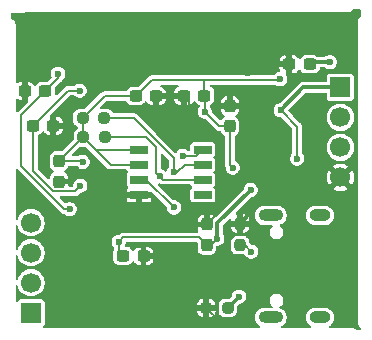
<source format=gbr>
%TF.GenerationSoftware,KiCad,Pcbnew,9.0.7*%
%TF.CreationDate,2026-02-19T00:10:06+05:30*%
%TF.ProjectId,breakout_board,62726561-6b6f-4757-945f-626f6172642e,rev?*%
%TF.SameCoordinates,Original*%
%TF.FileFunction,Copper,L1,Top*%
%TF.FilePolarity,Positive*%
%FSLAX46Y46*%
G04 Gerber Fmt 4.6, Leading zero omitted, Abs format (unit mm)*
G04 Created by KiCad (PCBNEW 9.0.7) date 2026-02-19 00:10:06*
%MOMM*%
%LPD*%
G01*
G04 APERTURE LIST*
G04 Aperture macros list*
%AMRoundRect*
0 Rectangle with rounded corners*
0 $1 Rounding radius*
0 $2 $3 $4 $5 $6 $7 $8 $9 X,Y pos of 4 corners*
0 Add a 4 corners polygon primitive as box body*
4,1,4,$2,$3,$4,$5,$6,$7,$8,$9,$2,$3,0*
0 Add four circle primitives for the rounded corners*
1,1,$1+$1,$2,$3*
1,1,$1+$1,$4,$5*
1,1,$1+$1,$6,$7*
1,1,$1+$1,$8,$9*
0 Add four rect primitives between the rounded corners*
20,1,$1+$1,$2,$3,$4,$5,0*
20,1,$1+$1,$4,$5,$6,$7,0*
20,1,$1+$1,$6,$7,$8,$9,0*
20,1,$1+$1,$8,$9,$2,$3,0*%
G04 Aperture macros list end*
%TA.AperFunction,SMDPad,CuDef*%
%ADD10RoundRect,0.237500X0.300000X0.237500X-0.300000X0.237500X-0.300000X-0.237500X0.300000X-0.237500X0*%
%TD*%
%TA.AperFunction,SMDPad,CuDef*%
%ADD11R,1.500000X0.650000*%
%TD*%
%TA.AperFunction,SMDPad,CuDef*%
%ADD12RoundRect,0.237500X-0.237500X0.300000X-0.237500X-0.300000X0.237500X-0.300000X0.237500X0.300000X0*%
%TD*%
%TA.AperFunction,SMDPad,CuDef*%
%ADD13RoundRect,0.237500X0.237500X-0.300000X0.237500X0.300000X-0.237500X0.300000X-0.237500X-0.300000X0*%
%TD*%
%TA.AperFunction,SMDPad,CuDef*%
%ADD14RoundRect,0.237500X-0.300000X-0.237500X0.300000X-0.237500X0.300000X0.237500X-0.300000X0.237500X0*%
%TD*%
%TA.AperFunction,SMDPad,CuDef*%
%ADD15RoundRect,0.237500X-0.237500X0.250000X-0.237500X-0.250000X0.237500X-0.250000X0.237500X0.250000X0*%
%TD*%
%TA.AperFunction,SMDPad,CuDef*%
%ADD16RoundRect,0.237500X0.250000X0.237500X-0.250000X0.237500X-0.250000X-0.237500X0.250000X-0.237500X0*%
%TD*%
%TA.AperFunction,SMDPad,CuDef*%
%ADD17RoundRect,0.237500X-0.250000X-0.237500X0.250000X-0.237500X0.250000X0.237500X-0.250000X0.237500X0*%
%TD*%
%TA.AperFunction,ComponentPad*%
%ADD18R,1.700000X1.700000*%
%TD*%
%TA.AperFunction,ComponentPad*%
%ADD19C,1.700000*%
%TD*%
%TA.AperFunction,HeatsinkPad*%
%ADD20O,1.800000X1.000000*%
%TD*%
%TA.AperFunction,HeatsinkPad*%
%ADD21O,2.100000X1.000000*%
%TD*%
%TA.AperFunction,ViaPad*%
%ADD22C,0.600000*%
%TD*%
%TA.AperFunction,Conductor*%
%ADD23C,0.200000*%
%TD*%
%TA.AperFunction,Conductor*%
%ADD24C,0.300000*%
%TD*%
G04 APERTURE END LIST*
D10*
%TO.P,C1,1*%
%TO.N,VBUS*%
X144931300Y-70027800D03*
%TO.P,C1,2*%
%TO.N,GND*%
X143206300Y-70027800D03*
%TD*%
D11*
%TO.P,IC2,1,VDD5V*%
%TO.N,VDD_c*%
X130472200Y-77266800D03*
%TO.P,IC2,2,VDD3V3*%
X130472200Y-78536800D03*
%TO.P,IC2,3,OUT*%
%TO.N,OUT*%
X130472200Y-79806800D03*
%TO.P,IC2,4,GND*%
%TO.N,GND*%
X130472200Y-81076800D03*
%TO.P,IC2,5,PGO*%
%TO.N,unconnected-(IC2-PGO-Pad5)*%
X135872200Y-81076800D03*
%TO.P,IC2,6,SDA*%
%TO.N,SDA_ENC*%
X135872200Y-79806800D03*
%TO.P,IC2,7,SCL*%
%TO.N,SCL_ENC*%
X135872200Y-78536800D03*
%TO.P,IC2,8,DIR*%
%TO.N,DIR*%
X135872200Y-77266800D03*
%TD*%
D12*
%TO.P,DC2,1*%
%TO.N,VDD_c*%
X123698000Y-78233100D03*
%TO.P,DC2,2*%
%TO.N,GND*%
X123698000Y-79958100D03*
%TD*%
D13*
%TO.P,DC4,1*%
%TO.N,VDD_c*%
X136220200Y-85317500D03*
%TO.P,DC4,2*%
%TO.N,GND*%
X136220200Y-83592500D03*
%TD*%
D10*
%TO.P,C7,1*%
%TO.N,OSC_IN*%
X122528500Y-72288400D03*
%TO.P,C7,2*%
%TO.N,GND*%
X120803500Y-72288400D03*
%TD*%
%TO.P,DC3,1*%
%TO.N,VDD_c*%
X136015900Y-72694800D03*
%TO.P,DC3,2*%
%TO.N,GND*%
X134290900Y-72694800D03*
%TD*%
D14*
%TO.P,C8,1*%
%TO.N,OSC_OUT*%
X121490400Y-75234800D03*
%TO.P,C8,2*%
%TO.N,GND*%
X123215400Y-75234800D03*
%TD*%
%TO.P,C6,1*%
%TO.N,VDD_c*%
X130201500Y-72720200D03*
%TO.P,C6,2*%
%TO.N,GND*%
X131926500Y-72720200D03*
%TD*%
D15*
%TO.P,R1,1*%
%TO.N,GND*%
X139039600Y-83517100D03*
%TO.P,R1,2*%
%TO.N,Net-(J3-CC1)*%
X139039600Y-85342100D03*
%TD*%
D13*
%TO.P,C9,1*%
%TO.N,VDD_c*%
X138176000Y-75285600D03*
%TO.P,C9,2*%
%TO.N,GND*%
X138176000Y-73560600D03*
%TD*%
D14*
%TO.P,DC1,1*%
%TO.N,VDD_c*%
X129134700Y-86258400D03*
%TO.P,DC1,2*%
%TO.N,GND*%
X130859700Y-86258400D03*
%TD*%
D16*
%TO.P,R2,1*%
%TO.N,SDA_ENC*%
X127582300Y-76225400D03*
%TO.P,R2,2*%
%TO.N,VDD_c*%
X125757300Y-76225400D03*
%TD*%
D17*
%TO.P,R4,1*%
%TO.N,GND*%
X136171300Y-90652600D03*
%TO.P,R4,2*%
%TO.N,Net-(J3-CC2)*%
X137996300Y-90652600D03*
%TD*%
%TO.P,R3,1*%
%TO.N,VDD_c*%
X125706500Y-74574400D03*
%TO.P,R3,2*%
%TO.N,SCL_ENC*%
X127531500Y-74574400D03*
%TD*%
D18*
%TO.P,J1,1,Pin_1*%
%TO.N,DP1*%
X121335800Y-91059000D03*
D19*
%TO.P,J1,2,Pin_2*%
%TO.N,DP2*%
X121335800Y-88519000D03*
%TO.P,J1,3,Pin_3*%
%TO.N,DP3*%
X121335800Y-85979000D03*
%TO.P,J1,4,Pin_4*%
%TO.N,DP4*%
X121335800Y-83439000D03*
%TD*%
D18*
%TO.P,J2,1,Pin_1*%
%TO.N,VDD_c*%
X147523200Y-71983600D03*
D19*
%TO.P,J2,2,Pin_2*%
%TO.N,SWDIO*%
X147523200Y-74523600D03*
%TO.P,J2,3,Pin_3*%
%TO.N,SWCLK*%
X147523200Y-77063600D03*
%TO.P,J2,4,Pin_4*%
%TO.N,GND*%
X147523200Y-79603600D03*
%TD*%
D20*
%TO.P,J3,S1,SHIELD*%
%TO.N,unconnected-(J3-SHIELD-PadS1)_1*%
X145804200Y-82827400D03*
D21*
%TO.N,unconnected-(J3-SHIELD-PadS1)*%
X141624200Y-82827400D03*
D20*
%TO.N,unconnected-(J3-SHIELD-PadS1)_2*%
X145804200Y-91467400D03*
D21*
%TO.N,unconnected-(J3-SHIELD-PadS1)_3*%
X141624200Y-91467400D03*
%TD*%
D22*
%TO.N,GND*%
X139725400Y-82270600D03*
X134696200Y-73761600D03*
X147523200Y-87376000D03*
X130454400Y-85293200D03*
X125247400Y-91313000D03*
X139700000Y-70764400D03*
X139446000Y-91973400D03*
X132613400Y-78587600D03*
X143114479Y-69072400D03*
X125105744Y-78891695D03*
X141351000Y-81356200D03*
X131165600Y-89001600D03*
X125247400Y-86537800D03*
X133604000Y-77063600D03*
X148107400Y-66294000D03*
X145288000Y-81356200D03*
X137271104Y-81361505D03*
%TO.N,VBUS*%
X146634200Y-69850000D03*
%TO.N,VDD_c*%
X139928600Y-80670400D03*
X136042400Y-74041000D03*
X125696920Y-78300520D03*
X143865600Y-78028800D03*
X142468600Y-73914000D03*
X142417800Y-71272400D03*
X128771200Y-85064600D03*
X137097000Y-84785200D03*
X138404600Y-78790800D03*
%TO.N,OSC_IN*%
X123621800Y-70840600D03*
X124612400Y-82296000D03*
%TO.N,OSC_OUT*%
X125514875Y-80319955D03*
X125450600Y-72263000D03*
%TO.N,OUT*%
X133441218Y-82155339D03*
%TO.N,DIR*%
X134188200Y-77800200D03*
%TO.N,SCL_ENC*%
X133426200Y-79146400D03*
%TO.N,SDA_ENC*%
X132232400Y-79502000D03*
%TO.N,Net-(J3-CC1)*%
X139979400Y-85897400D03*
%TO.N,Net-(J3-CC2)*%
X138938000Y-89712800D03*
%TD*%
D23*
%TO.N,GND*%
X134265500Y-72720200D02*
X134290900Y-72694800D01*
X136220200Y-83592500D02*
X137947400Y-81865300D01*
X139446000Y-91973400D02*
X137492100Y-91973400D01*
X130454400Y-85853100D02*
X130859700Y-86258400D01*
X134696200Y-73761600D02*
X134696200Y-73100100D01*
X125105744Y-79313456D02*
X124461100Y-79958100D01*
D24*
X139725400Y-82270600D02*
X139725400Y-82831300D01*
D23*
X125105744Y-78891695D02*
X125105744Y-79313456D01*
X136220200Y-83592500D02*
X136220200Y-83566000D01*
X134696200Y-73100100D02*
X134290900Y-72694800D01*
X136220200Y-83566000D02*
X136245600Y-83540600D01*
X137492100Y-91973400D02*
X136171300Y-90652600D01*
X124461100Y-79958100D02*
X123698000Y-79958100D01*
X131926500Y-72720200D02*
X134265500Y-72720200D01*
X143114479Y-69935979D02*
X143206300Y-70027800D01*
D24*
X139725400Y-82831300D02*
X139039600Y-83517100D01*
D23*
X137947400Y-81865300D02*
X137947400Y-81483200D01*
X137392799Y-81483200D02*
X137271104Y-81361505D01*
X137947400Y-81483200D02*
X137392799Y-81483200D01*
%TO.N,VBUS*%
X145109100Y-69850000D02*
X144931300Y-70027800D01*
D24*
X146634200Y-69850000D02*
X145109100Y-69850000D01*
D23*
%TO.N,VDD_c*%
X131556300Y-71365400D02*
X136017000Y-71365400D01*
X130472200Y-78536800D02*
X128068700Y-78536800D01*
X130201500Y-72720200D02*
X127560700Y-72720200D01*
X138176000Y-75285600D02*
X138176000Y-78562200D01*
X125757300Y-74625200D02*
X125706500Y-74574400D01*
D24*
X137097000Y-83502000D02*
X137097000Y-84785200D01*
D23*
X136015900Y-72694800D02*
X136015900Y-71366500D01*
X136564700Y-85317500D02*
X137097000Y-84785200D01*
X136017000Y-71365400D02*
X142324800Y-71365400D01*
X126900300Y-77266800D02*
X126849500Y-77317600D01*
X136220200Y-85317500D02*
X136564700Y-85317500D01*
X125757300Y-76225400D02*
X125705700Y-76225400D01*
X125757300Y-76225400D02*
X125757300Y-74625200D01*
X128771200Y-85064600D02*
X128771200Y-85894900D01*
X138176000Y-75285600D02*
X137287000Y-75285600D01*
X129143600Y-84692200D02*
X135594900Y-84692200D01*
X130201500Y-72720200D02*
X131556300Y-71365400D01*
X135594900Y-84692200D02*
X136220200Y-85317500D01*
X128771200Y-85894900D02*
X129134700Y-86258400D01*
X136042400Y-72721300D02*
X136015900Y-72694800D01*
X125705700Y-76225400D02*
X123698000Y-78233100D01*
D24*
X144399000Y-71983600D02*
X142468600Y-73914000D01*
D23*
X142468600Y-73914000D02*
X143865600Y-75311000D01*
X142324800Y-71365400D02*
X142417800Y-71272400D01*
X137287000Y-75285600D02*
X136042400Y-74041000D01*
X126849500Y-77317600D02*
X125757300Y-76225400D01*
X136042400Y-74041000D02*
X136042400Y-72721300D01*
D24*
X139928600Y-80670400D02*
X137097000Y-83502000D01*
D23*
X138176000Y-78562200D02*
X138404600Y-78790800D01*
D24*
X147523200Y-71983600D02*
X144399000Y-71983600D01*
D23*
X143865600Y-75311000D02*
X143865600Y-78028800D01*
X128068700Y-78536800D02*
X126849500Y-77317600D01*
X125629500Y-78233100D02*
X125696920Y-78300520D01*
X123698000Y-78233100D02*
X125629500Y-78233100D01*
X136015900Y-71366500D02*
X136017000Y-71365400D01*
X130472200Y-77266800D02*
X126900300Y-77266800D01*
X128771200Y-85064600D02*
X129143600Y-84692200D01*
X127560700Y-72720200D02*
X125706500Y-74574400D01*
%TO.N,OSC_IN*%
X123621800Y-70840600D02*
X123621800Y-71195100D01*
X124163166Y-82296000D02*
X124612400Y-82296000D01*
X120497600Y-74319300D02*
X120497600Y-78630434D01*
X120497600Y-78630434D02*
X124163166Y-82296000D01*
X123620700Y-70841700D02*
X123621800Y-70840600D01*
X122528500Y-72288400D02*
X120497600Y-74319300D01*
X123621800Y-71195100D02*
X122528500Y-72288400D01*
%TO.N,OSC_OUT*%
X125038230Y-80796600D02*
X125514875Y-80319955D01*
X124462200Y-72263000D02*
X121490400Y-75234800D01*
X123230866Y-80796600D02*
X125038230Y-80796600D01*
X121490400Y-79056134D02*
X123230866Y-80796600D01*
X125450600Y-72263000D02*
X124462200Y-72263000D01*
X121490400Y-75234800D02*
X121490400Y-79056134D01*
%TO.N,OUT*%
X131092679Y-79806800D02*
X133441218Y-82155339D01*
X130937000Y-79984600D02*
X131120400Y-79984600D01*
X130472200Y-79806800D02*
X131092679Y-79806800D01*
%TO.N,DIR*%
X134188200Y-77800200D02*
X135338800Y-77800200D01*
X135338800Y-77800200D02*
X135872200Y-77266800D01*
%TO.N,SCL_ENC*%
X134340600Y-78536800D02*
X135872200Y-78536800D01*
X127531500Y-74574400D02*
X130023900Y-74574400D01*
X133426200Y-79146400D02*
X133731000Y-79146400D01*
X130023900Y-74574400D02*
X133426200Y-77976700D01*
X133426200Y-77976700D02*
X133426200Y-79146400D01*
X133731000Y-79146400D02*
X134340600Y-78536800D01*
%TO.N,SDA_ENC*%
X131107800Y-76225400D02*
X127582300Y-76225400D01*
X132232400Y-79502000D02*
X132537200Y-79806800D01*
X132537200Y-79806800D02*
X135872200Y-79806800D01*
X132232400Y-79502000D02*
X131927600Y-79197200D01*
X131927600Y-77045200D02*
X131107800Y-76225400D01*
X131927600Y-79197200D02*
X131927600Y-77045200D01*
%TO.N,Net-(J3-CC1)*%
X139039600Y-85342100D02*
X139424100Y-85342100D01*
X139424100Y-85342100D02*
X139979400Y-85897400D01*
D24*
%TO.N,Net-(J3-CC2)*%
X138936100Y-89712800D02*
X137996300Y-90652600D01*
X138938000Y-89712800D02*
X138936100Y-89712800D01*
%TD*%
%TA.AperFunction,Conductor*%
%TO.N,GND*%
G36*
X149209392Y-65398894D02*
G01*
X149245821Y-65448053D01*
X149250957Y-65478976D01*
X149253774Y-65980921D01*
X149250080Y-65992508D01*
X149251029Y-66004635D01*
X149241011Y-66020964D01*
X149235194Y-66039217D01*
X149223073Y-66050204D01*
X149219034Y-66056789D01*
X149212168Y-66062647D01*
X149196686Y-66071607D01*
X149168107Y-66100241D01*
X149165084Y-66102821D01*
X149163727Y-66103958D01*
X149135538Y-66127151D01*
X149135535Y-66127154D01*
X149125834Y-66140725D01*
X149115375Y-66153079D01*
X149103595Y-66164883D01*
X149103590Y-66164889D01*
X149085369Y-66196521D01*
X149082945Y-66200728D01*
X149058903Y-66234366D01*
X149050195Y-66257581D01*
X149046140Y-66264623D01*
X149046140Y-66264625D01*
X149037814Y-66279081D01*
X149028398Y-66314358D01*
X149027145Y-66319050D01*
X149012631Y-66357759D01*
X149010229Y-66382434D01*
X149008134Y-66390287D01*
X149008134Y-66390289D01*
X149003835Y-66406400D01*
X149003834Y-66406407D01*
X149003834Y-66406408D01*
X149003875Y-66447769D01*
X148999872Y-66488924D01*
X149003939Y-66513379D01*
X149003947Y-66521510D01*
X149003948Y-66521511D01*
X149029271Y-91894771D01*
X149028839Y-91904106D01*
X149025334Y-91941505D01*
X149025335Y-91941510D01*
X149029342Y-91965084D01*
X149029366Y-91988992D01*
X149040338Y-92029777D01*
X149041122Y-92034390D01*
X149041123Y-92034394D01*
X149047418Y-92071427D01*
X149047419Y-92071431D01*
X149053925Y-92085611D01*
X149059545Y-92101177D01*
X149063598Y-92116245D01*
X149063600Y-92116249D01*
X149063601Y-92116252D01*
X149084761Y-92152818D01*
X149102376Y-92191209D01*
X149117628Y-92209616D01*
X149121785Y-92216799D01*
X149121787Y-92216802D01*
X149127408Y-92226515D01*
X149129607Y-92230314D01*
X149156199Y-92256853D01*
X149162489Y-92263753D01*
X149168072Y-92270490D01*
X149186461Y-92292682D01*
X149199191Y-92301713D01*
X149211836Y-92312379D01*
X149222886Y-92323407D01*
X149255446Y-92342162D01*
X149263300Y-92347194D01*
X149273839Y-92354671D01*
X149310360Y-92403759D01*
X149311052Y-92464941D01*
X149275650Y-92514844D01*
X149217738Y-92534408D01*
X149217677Y-92534408D01*
X149217677Y-92534409D01*
X149217676Y-92534408D01*
X148942398Y-92537694D01*
X148883986Y-92519482D01*
X148871213Y-92508705D01*
X148854534Y-92492026D01*
X148852724Y-92490167D01*
X148838047Y-92474700D01*
X148812782Y-92448074D01*
X148812780Y-92448073D01*
X148812781Y-92448073D01*
X148807098Y-92444590D01*
X148802389Y-92439881D01*
X148751038Y-92410233D01*
X148749928Y-92409553D01*
X148749927Y-92409552D01*
X148700422Y-92379214D01*
X148700417Y-92379211D01*
X148694026Y-92377317D01*
X148688261Y-92373989D01*
X148630963Y-92358635D01*
X148629712Y-92358265D01*
X148629711Y-92358264D01*
X148574068Y-92341780D01*
X148574059Y-92341779D01*
X148567400Y-92341604D01*
X148560967Y-92339881D01*
X148501635Y-92339881D01*
X148500338Y-92339847D01*
X148500337Y-92339847D01*
X148442326Y-92338326D01*
X148442325Y-92338326D01*
X148442324Y-92338326D01*
X148435875Y-92339004D01*
X148435821Y-92338498D01*
X148424133Y-92339881D01*
X146665661Y-92339881D01*
X146607470Y-92320974D01*
X146571506Y-92271474D01*
X146571506Y-92210288D01*
X146607470Y-92160788D01*
X146610659Y-92158566D01*
X146714489Y-92089189D01*
X146825989Y-91977689D01*
X146913594Y-91846579D01*
X146973937Y-91700897D01*
X147004700Y-91546242D01*
X147004700Y-91388558D01*
X146973937Y-91233903D01*
X146913594Y-91088221D01*
X146913593Y-91088219D01*
X146913590Y-91088214D01*
X146867126Y-91018677D01*
X146825989Y-90957111D01*
X146714489Y-90845611D01*
X146662259Y-90810712D01*
X146583385Y-90758009D01*
X146583374Y-90758003D01*
X146437697Y-90697663D01*
X146283044Y-90666900D01*
X146283042Y-90666900D01*
X145325358Y-90666900D01*
X145325355Y-90666900D01*
X145170703Y-90697663D01*
X145170701Y-90697663D01*
X145025025Y-90758003D01*
X145025014Y-90758009D01*
X144893911Y-90845611D01*
X144893907Y-90845614D01*
X144782414Y-90957107D01*
X144782411Y-90957111D01*
X144694809Y-91088214D01*
X144694803Y-91088225D01*
X144634463Y-91233901D01*
X144634463Y-91233903D01*
X144603700Y-91388555D01*
X144603700Y-91546244D01*
X144634463Y-91700896D01*
X144634463Y-91700898D01*
X144694803Y-91846574D01*
X144694809Y-91846585D01*
X144727007Y-91894771D01*
X144782411Y-91977689D01*
X144893911Y-92089189D01*
X144934414Y-92116252D01*
X144997740Y-92158566D01*
X145035619Y-92206616D01*
X145038021Y-92267754D01*
X145004028Y-92318628D01*
X144946624Y-92339805D01*
X144942738Y-92339881D01*
X142635661Y-92339881D01*
X142577470Y-92320974D01*
X142541506Y-92271474D01*
X142541506Y-92210288D01*
X142577470Y-92160788D01*
X142580659Y-92158566D01*
X142684489Y-92089189D01*
X142795989Y-91977689D01*
X142883594Y-91846579D01*
X142943937Y-91700897D01*
X142974700Y-91546242D01*
X142974700Y-91388558D01*
X142943937Y-91233903D01*
X142883594Y-91088221D01*
X142883593Y-91088219D01*
X142883590Y-91088214D01*
X142837126Y-91018677D01*
X142795989Y-90957111D01*
X142684489Y-90845611D01*
X142632259Y-90810712D01*
X142553385Y-90758009D01*
X142553374Y-90758003D01*
X142432402Y-90707896D01*
X142385876Y-90668160D01*
X142371592Y-90608665D01*
X142395006Y-90552137D01*
X142420786Y-90530696D01*
X142477565Y-90497915D01*
X142584715Y-90390765D01*
X142629440Y-90313300D01*
X142660479Y-90259539D01*
X142660479Y-90259537D01*
X142660481Y-90259535D01*
X142699700Y-90113166D01*
X142699700Y-89961634D01*
X142660481Y-89815265D01*
X142660479Y-89815262D01*
X142660479Y-89815260D01*
X142584718Y-89684039D01*
X142584716Y-89684037D01*
X142584715Y-89684035D01*
X142477565Y-89576885D01*
X142477562Y-89576883D01*
X142477560Y-89576881D01*
X142346338Y-89501120D01*
X142346340Y-89501120D01*
X142289547Y-89485903D01*
X142199966Y-89461900D01*
X142048434Y-89461900D01*
X141958852Y-89485903D01*
X141902060Y-89501120D01*
X141770839Y-89576881D01*
X141663681Y-89684039D01*
X141587920Y-89815260D01*
X141571217Y-89877600D01*
X141548700Y-89961634D01*
X141548700Y-90113166D01*
X141562358Y-90164139D01*
X141587920Y-90259539D01*
X141663681Y-90390760D01*
X141663683Y-90390762D01*
X141663685Y-90390765D01*
X141770818Y-90497898D01*
X141798594Y-90552413D01*
X141789023Y-90612845D01*
X141745758Y-90656110D01*
X141700813Y-90666900D01*
X140995355Y-90666900D01*
X140840703Y-90697663D01*
X140840701Y-90697663D01*
X140695025Y-90758003D01*
X140695014Y-90758009D01*
X140563911Y-90845611D01*
X140563907Y-90845614D01*
X140452414Y-90957107D01*
X140452411Y-90957111D01*
X140364809Y-91088214D01*
X140364803Y-91088225D01*
X140304463Y-91233901D01*
X140304463Y-91233903D01*
X140273700Y-91388555D01*
X140273700Y-91546244D01*
X140304463Y-91700896D01*
X140304463Y-91700898D01*
X140364803Y-91846574D01*
X140364809Y-91846585D01*
X140397007Y-91894771D01*
X140452411Y-91977689D01*
X140563911Y-92089189D01*
X140604414Y-92116252D01*
X140667740Y-92158566D01*
X140705619Y-92206616D01*
X140708021Y-92267754D01*
X140674028Y-92318628D01*
X140616624Y-92339805D01*
X140612738Y-92339881D01*
X122417431Y-92339881D01*
X122359240Y-92320974D01*
X122323276Y-92271474D01*
X122323276Y-92210288D01*
X122353320Y-92168934D01*
X122352078Y-92167692D01*
X122358563Y-92161206D01*
X122358565Y-92161206D01*
X122438006Y-92081765D01*
X122483385Y-91978991D01*
X122486300Y-91953865D01*
X122486299Y-90902601D01*
X135383800Y-90902601D01*
X135383800Y-90932182D01*
X135394173Y-91018558D01*
X135448376Y-91156008D01*
X135448379Y-91156012D01*
X135537654Y-91273739D01*
X135537660Y-91273745D01*
X135655387Y-91363020D01*
X135655391Y-91363023D01*
X135792841Y-91417226D01*
X135879217Y-91427599D01*
X135879224Y-91427600D01*
X135921299Y-91427600D01*
X135921300Y-91427599D01*
X135921300Y-90902601D01*
X136421300Y-90902601D01*
X136421300Y-91427599D01*
X136421301Y-91427600D01*
X136463376Y-91427600D01*
X136463382Y-91427599D01*
X136549758Y-91417226D01*
X136687208Y-91363023D01*
X136687212Y-91363020D01*
X136804939Y-91273745D01*
X136804945Y-91273739D01*
X136894220Y-91156012D01*
X136894223Y-91156008D01*
X136948426Y-91018558D01*
X136958799Y-90932182D01*
X136958800Y-90932176D01*
X136958800Y-90902601D01*
X136958799Y-90902600D01*
X136421301Y-90902600D01*
X136421300Y-90902601D01*
X135921300Y-90902601D01*
X135921299Y-90902600D01*
X135383801Y-90902600D01*
X135383800Y-90902601D01*
X122486299Y-90902601D01*
X122486299Y-90373017D01*
X135383800Y-90373017D01*
X135383800Y-90402599D01*
X135383801Y-90402600D01*
X135921299Y-90402600D01*
X135921300Y-90402599D01*
X135921300Y-89877601D01*
X136421300Y-89877601D01*
X136421300Y-90402599D01*
X136421301Y-90402600D01*
X136958799Y-90402600D01*
X136958800Y-90402599D01*
X136958800Y-90373020D01*
X136958795Y-90372979D01*
X137208300Y-90372979D01*
X137208300Y-90932220D01*
X137218683Y-91018679D01*
X137246109Y-91088225D01*
X137272938Y-91156258D01*
X137362300Y-91274100D01*
X137480142Y-91363462D01*
X137543784Y-91388559D01*
X137616477Y-91417226D01*
X137617723Y-91417717D01*
X137704182Y-91428100D01*
X137704184Y-91428100D01*
X138288416Y-91428100D01*
X138288418Y-91428100D01*
X138374877Y-91417717D01*
X138512458Y-91363462D01*
X138630300Y-91274100D01*
X138719662Y-91156258D01*
X138773917Y-91018677D01*
X138784300Y-90932218D01*
X138784300Y-90542711D01*
X138786768Y-90535113D01*
X138785519Y-90527224D01*
X138796043Y-90506568D01*
X138803207Y-90484520D01*
X138813296Y-90472707D01*
X138943707Y-90342296D01*
X138998224Y-90314519D01*
X139013711Y-90313300D01*
X139017055Y-90313300D01*
X139017057Y-90313300D01*
X139169784Y-90272377D01*
X139306716Y-90193320D01*
X139418520Y-90081516D01*
X139497577Y-89944584D01*
X139538500Y-89791857D01*
X139538500Y-89633743D01*
X139497577Y-89481016D01*
X139418520Y-89344084D01*
X139306716Y-89232280D01*
X139169784Y-89153223D01*
X139017057Y-89112300D01*
X138858943Y-89112300D01*
X138706216Y-89153223D01*
X138569284Y-89232280D01*
X138457480Y-89344084D01*
X138378423Y-89481016D01*
X138337499Y-89633745D01*
X138336653Y-89640177D01*
X138335319Y-89640001D01*
X138318593Y-89691480D01*
X138308504Y-89703293D01*
X138163693Y-89848104D01*
X138109176Y-89875881D01*
X138093689Y-89877100D01*
X137704179Y-89877100D01*
X137617720Y-89887483D01*
X137480141Y-89941738D01*
X137362303Y-90031097D01*
X137362297Y-90031103D01*
X137272938Y-90148941D01*
X137218683Y-90286520D01*
X137208300Y-90372979D01*
X136958795Y-90372979D01*
X136948426Y-90286641D01*
X136894223Y-90149191D01*
X136894220Y-90149187D01*
X136804945Y-90031460D01*
X136804939Y-90031454D01*
X136687212Y-89942179D01*
X136687208Y-89942176D01*
X136549758Y-89887973D01*
X136463382Y-89877600D01*
X136421301Y-89877600D01*
X136421300Y-89877601D01*
X135921300Y-89877601D01*
X135921299Y-89877600D01*
X135879217Y-89877600D01*
X135792841Y-89887973D01*
X135655391Y-89942176D01*
X135655387Y-89942179D01*
X135537660Y-90031454D01*
X135537654Y-90031460D01*
X135448379Y-90149187D01*
X135448376Y-90149191D01*
X135394173Y-90286641D01*
X135383800Y-90373017D01*
X122486299Y-90373017D01*
X122486299Y-90164136D01*
X122483385Y-90139009D01*
X122438006Y-90036235D01*
X122358565Y-89956794D01*
X122255791Y-89911415D01*
X122255790Y-89911414D01*
X122255788Y-89911414D01*
X122230668Y-89908500D01*
X120440939Y-89908500D01*
X120440936Y-89908501D01*
X120415809Y-89911414D01*
X120313035Y-89956794D01*
X120233594Y-90036235D01*
X120216664Y-90074579D01*
X120175863Y-90120175D01*
X120116054Y-90133080D01*
X120060082Y-90108366D01*
X120029326Y-90055472D01*
X120027099Y-90034591D01*
X120027099Y-88839391D01*
X120046006Y-88781200D01*
X120095506Y-88745236D01*
X120156692Y-88745236D01*
X120206192Y-88781200D01*
X120220254Y-88808799D01*
X120269588Y-88960637D01*
X120346864Y-89112300D01*
X120351804Y-89121994D01*
X120458247Y-89268501D01*
X120586299Y-89396553D01*
X120732806Y-89502996D01*
X120894161Y-89585211D01*
X121066391Y-89641171D01*
X121137936Y-89652502D01*
X121245251Y-89669500D01*
X121245254Y-89669500D01*
X121426349Y-89669500D01*
X121515777Y-89655335D01*
X121605209Y-89641171D01*
X121777439Y-89585211D01*
X121938794Y-89502996D01*
X122085301Y-89396553D01*
X122213353Y-89268501D01*
X122319796Y-89121994D01*
X122402011Y-88960639D01*
X122457971Y-88788409D01*
X122486300Y-88609546D01*
X122486300Y-88428454D01*
X122486300Y-88428450D01*
X122465576Y-88297608D01*
X122457971Y-88249591D01*
X122402011Y-88077361D01*
X122319796Y-87916006D01*
X122213353Y-87769499D01*
X122085301Y-87641447D01*
X121938794Y-87535004D01*
X121938793Y-87535003D01*
X121938791Y-87535002D01*
X121777437Y-87452788D01*
X121605206Y-87396828D01*
X121426349Y-87368500D01*
X121426346Y-87368500D01*
X121245254Y-87368500D01*
X121245251Y-87368500D01*
X121066393Y-87396828D01*
X120894162Y-87452788D01*
X120732808Y-87535002D01*
X120659552Y-87588225D01*
X120586299Y-87641447D01*
X120458247Y-87769499D01*
X120405025Y-87842752D01*
X120351802Y-87916008D01*
X120269588Y-88077362D01*
X120220254Y-88229200D01*
X120184290Y-88278700D01*
X120126099Y-88297608D01*
X120067909Y-88278701D01*
X120031945Y-88229201D01*
X120027099Y-88198608D01*
X120027099Y-86299391D01*
X120046006Y-86241200D01*
X120095506Y-86205236D01*
X120156692Y-86205236D01*
X120206192Y-86241200D01*
X120220254Y-86268799D01*
X120269588Y-86420637D01*
X120329378Y-86537982D01*
X120351804Y-86581994D01*
X120458247Y-86728501D01*
X120586299Y-86856553D01*
X120732806Y-86962996D01*
X120894161Y-87045211D01*
X121066391Y-87101171D01*
X121137936Y-87112502D01*
X121245251Y-87129500D01*
X121245254Y-87129500D01*
X121426349Y-87129500D01*
X121515777Y-87115335D01*
X121605209Y-87101171D01*
X121777439Y-87045211D01*
X121938794Y-86962996D01*
X122085301Y-86856553D01*
X122213353Y-86728501D01*
X122319796Y-86581994D01*
X122402011Y-86420639D01*
X122457971Y-86248409D01*
X122476709Y-86130100D01*
X122486300Y-86069549D01*
X122486300Y-85888450D01*
X122465122Y-85754741D01*
X122457971Y-85709591D01*
X122402011Y-85537361D01*
X122319796Y-85376006D01*
X122213353Y-85229499D01*
X122085301Y-85101447D01*
X122014467Y-85049983D01*
X121938799Y-84995007D01*
X121938793Y-84995003D01*
X121920227Y-84985543D01*
X128170700Y-84985543D01*
X128170700Y-85143657D01*
X128211623Y-85296384D01*
X128290680Y-85433316D01*
X128341705Y-85484341D01*
X128345330Y-85491456D01*
X128351793Y-85496152D01*
X128358956Y-85518200D01*
X128369481Y-85538856D01*
X128370700Y-85554343D01*
X128370700Y-85712187D01*
X128363798Y-85748506D01*
X128361339Y-85754739D01*
X128361338Y-85754742D01*
X128308609Y-85888454D01*
X128307083Y-85892324D01*
X128296700Y-85978779D01*
X128296700Y-86538020D01*
X128307083Y-86624479D01*
X128342793Y-86715032D01*
X128361338Y-86762058D01*
X128450700Y-86879900D01*
X128568542Y-86969262D01*
X128674189Y-87010924D01*
X128704877Y-87023026D01*
X128706123Y-87023517D01*
X128792582Y-87033900D01*
X128792584Y-87033900D01*
X129476816Y-87033900D01*
X129476818Y-87033900D01*
X129563277Y-87023517D01*
X129700858Y-86969262D01*
X129818700Y-86879900D01*
X129908062Y-86762058D01*
X129908065Y-86762050D01*
X129911191Y-86756491D01*
X129956189Y-86715032D01*
X130016962Y-86707940D01*
X130070297Y-86737924D01*
X130083783Y-86756484D01*
X130086778Y-86761811D01*
X130176054Y-86879539D01*
X130176060Y-86879545D01*
X130293787Y-86968820D01*
X130293791Y-86968823D01*
X130431241Y-87023026D01*
X130517617Y-87033399D01*
X130517624Y-87033400D01*
X130609699Y-87033400D01*
X130609700Y-87033399D01*
X130609700Y-86508401D01*
X131109700Y-86508401D01*
X131109700Y-87033399D01*
X131109701Y-87033400D01*
X131201776Y-87033400D01*
X131201782Y-87033399D01*
X131288158Y-87023026D01*
X131425608Y-86968823D01*
X131425612Y-86968820D01*
X131543339Y-86879545D01*
X131543345Y-86879539D01*
X131632620Y-86761812D01*
X131632623Y-86761808D01*
X131686826Y-86624358D01*
X131697199Y-86537982D01*
X131697200Y-86537976D01*
X131697200Y-86508401D01*
X131697199Y-86508400D01*
X131109701Y-86508400D01*
X131109700Y-86508401D01*
X130609700Y-86508401D01*
X130609700Y-85483401D01*
X131109700Y-85483401D01*
X131109700Y-86008399D01*
X131109701Y-86008400D01*
X131697199Y-86008400D01*
X131697200Y-86008399D01*
X131697200Y-85978823D01*
X131697199Y-85978817D01*
X131686826Y-85892441D01*
X131632623Y-85754991D01*
X131632620Y-85754987D01*
X131543345Y-85637260D01*
X131543339Y-85637254D01*
X131425612Y-85547979D01*
X131425608Y-85547976D01*
X131288158Y-85493773D01*
X131201782Y-85483400D01*
X131109701Y-85483400D01*
X131109700Y-85483401D01*
X130609700Y-85483401D01*
X130609699Y-85483400D01*
X130517617Y-85483400D01*
X130431241Y-85493773D01*
X130293791Y-85547976D01*
X130293787Y-85547979D01*
X130176060Y-85637254D01*
X130176054Y-85637260D01*
X130086778Y-85754988D01*
X130083781Y-85760319D01*
X130038778Y-85801772D01*
X129978004Y-85808857D01*
X129924673Y-85778866D01*
X129911193Y-85760311D01*
X129908061Y-85754741D01*
X129903333Y-85748506D01*
X129818700Y-85636900D01*
X129700858Y-85547538D01*
X129678842Y-85538856D01*
X129563279Y-85493283D01*
X129476820Y-85482900D01*
X129476818Y-85482900D01*
X129394565Y-85482900D01*
X129336374Y-85463993D01*
X129300410Y-85414493D01*
X129300410Y-85353307D01*
X129308825Y-85334404D01*
X129330777Y-85296384D01*
X129365693Y-85166075D01*
X129399016Y-85114763D01*
X129456138Y-85092836D01*
X129461319Y-85092700D01*
X135345700Y-85092700D01*
X135403891Y-85111607D01*
X135439855Y-85161107D01*
X135444700Y-85191700D01*
X135444700Y-85659620D01*
X135455083Y-85746079D01*
X135509338Y-85883658D01*
X135598700Y-86001500D01*
X135716542Y-86090862D01*
X135854123Y-86145117D01*
X135940582Y-86155500D01*
X135940584Y-86155500D01*
X136499816Y-86155500D01*
X136499818Y-86155500D01*
X136586277Y-86145117D01*
X136723858Y-86090862D01*
X136841700Y-86001500D01*
X136931062Y-85883658D01*
X136985317Y-85746077D01*
X136995700Y-85659618D01*
X136995700Y-85493901D01*
X136998168Y-85486303D01*
X136996919Y-85478414D01*
X137007443Y-85457758D01*
X137014607Y-85435710D01*
X137024696Y-85423897D01*
X137033897Y-85414696D01*
X137088414Y-85386919D01*
X137103901Y-85385700D01*
X137176055Y-85385700D01*
X137176057Y-85385700D01*
X137328784Y-85344777D01*
X137465716Y-85265720D01*
X137577520Y-85153916D01*
X137637528Y-85049979D01*
X138264100Y-85049979D01*
X138264100Y-85634220D01*
X138274483Y-85720679D01*
X138312998Y-85818344D01*
X138328738Y-85858258D01*
X138418100Y-85976100D01*
X138535942Y-86065462D01*
X138673523Y-86119717D01*
X138759982Y-86130100D01*
X138759984Y-86130100D01*
X139319216Y-86130100D01*
X139319218Y-86130100D01*
X139319220Y-86130099D01*
X139319232Y-86130099D01*
X139348920Y-86126533D01*
X139408951Y-86138365D01*
X139446462Y-86175325D01*
X139498880Y-86266116D01*
X139610684Y-86377920D01*
X139747616Y-86456977D01*
X139900343Y-86497900D01*
X139900345Y-86497900D01*
X140058455Y-86497900D01*
X140058457Y-86497900D01*
X140211184Y-86456977D01*
X140348116Y-86377920D01*
X140459920Y-86266116D01*
X140538977Y-86129184D01*
X140579900Y-85976457D01*
X140579900Y-85818343D01*
X140538977Y-85665616D01*
X140459920Y-85528684D01*
X140348116Y-85416880D01*
X140211184Y-85337823D01*
X140058457Y-85296900D01*
X140058455Y-85296900D01*
X139986301Y-85296900D01*
X139978703Y-85294431D01*
X139970814Y-85295681D01*
X139950158Y-85285156D01*
X139928110Y-85277993D01*
X139916297Y-85267904D01*
X139844096Y-85195703D01*
X139816319Y-85141186D01*
X139815100Y-85125699D01*
X139815100Y-85049983D01*
X139815100Y-85049982D01*
X139804717Y-84963523D01*
X139750462Y-84825942D01*
X139661100Y-84708100D01*
X139543258Y-84618738D01*
X139523040Y-84610765D01*
X139405679Y-84564483D01*
X139319220Y-84554100D01*
X139319218Y-84554100D01*
X138759982Y-84554100D01*
X138759979Y-84554100D01*
X138673520Y-84564483D01*
X138535941Y-84618738D01*
X138418103Y-84708097D01*
X138418097Y-84708103D01*
X138328738Y-84825941D01*
X138274483Y-84963520D01*
X138264100Y-85049979D01*
X137637528Y-85049979D01*
X137656577Y-85016984D01*
X137697500Y-84864257D01*
X137697500Y-84706143D01*
X137656577Y-84553416D01*
X137577520Y-84416484D01*
X137577517Y-84416481D01*
X137577516Y-84416479D01*
X137576490Y-84415453D01*
X137576016Y-84414524D01*
X137573569Y-84411334D01*
X137574160Y-84410880D01*
X137548717Y-84360934D01*
X137547500Y-84345456D01*
X137547500Y-83767101D01*
X138264600Y-83767101D01*
X138264600Y-83809182D01*
X138274973Y-83895558D01*
X138329176Y-84033008D01*
X138329179Y-84033012D01*
X138418454Y-84150739D01*
X138418460Y-84150745D01*
X138536187Y-84240020D01*
X138536191Y-84240023D01*
X138673641Y-84294226D01*
X138760017Y-84304599D01*
X138760024Y-84304600D01*
X138789599Y-84304600D01*
X138789600Y-84304599D01*
X138789600Y-83767101D01*
X139289600Y-83767101D01*
X139289600Y-84304599D01*
X139289601Y-84304600D01*
X139319176Y-84304600D01*
X139319182Y-84304599D01*
X139405558Y-84294226D01*
X139543008Y-84240023D01*
X139543012Y-84240020D01*
X139660739Y-84150745D01*
X139660745Y-84150739D01*
X139750020Y-84033012D01*
X139750023Y-84033008D01*
X139804226Y-83895558D01*
X139814599Y-83809182D01*
X139814600Y-83809176D01*
X139814600Y-83767101D01*
X139814599Y-83767100D01*
X139289601Y-83767100D01*
X139289600Y-83767101D01*
X138789600Y-83767101D01*
X138789599Y-83767100D01*
X138264601Y-83767100D01*
X138264600Y-83767101D01*
X137547500Y-83767101D01*
X137547500Y-83729611D01*
X137549968Y-83722013D01*
X137548719Y-83714124D01*
X137555863Y-83700102D01*
X137555863Y-83695500D01*
X137561653Y-83686051D01*
X137566407Y-83671420D01*
X137576496Y-83659607D01*
X137580014Y-83656089D01*
X137793412Y-83442691D01*
X138096769Y-83139333D01*
X138151284Y-83111558D01*
X138211716Y-83121129D01*
X138254981Y-83164394D01*
X138265066Y-83221134D01*
X138264600Y-83225011D01*
X138264600Y-83267099D01*
X138264601Y-83267100D01*
X138789599Y-83267100D01*
X138789600Y-83267099D01*
X138789600Y-82756001D01*
X138722575Y-82729601D01*
X139289600Y-82729601D01*
X139289600Y-83267099D01*
X139289601Y-83267100D01*
X139814599Y-83267100D01*
X139814600Y-83267099D01*
X139814600Y-83225023D01*
X139814599Y-83225017D01*
X139804226Y-83138641D01*
X139750023Y-83001191D01*
X139750020Y-83001187D01*
X139660745Y-82883460D01*
X139660739Y-82883454D01*
X139580462Y-82822578D01*
X139543012Y-82794179D01*
X139543008Y-82794176D01*
X139427321Y-82748555D01*
X140273700Y-82748555D01*
X140273700Y-82906244D01*
X140304463Y-83060896D01*
X140304463Y-83060898D01*
X140364803Y-83206574D01*
X140364809Y-83206585D01*
X140402472Y-83262950D01*
X140452411Y-83337689D01*
X140563911Y-83449189D01*
X140630227Y-83493500D01*
X140695014Y-83536790D01*
X140695025Y-83536796D01*
X140730986Y-83551691D01*
X140840703Y-83597137D01*
X140995358Y-83627900D01*
X140995359Y-83627900D01*
X141700813Y-83627900D01*
X141759004Y-83646807D01*
X141794968Y-83696307D01*
X141794968Y-83757493D01*
X141770818Y-83796901D01*
X141687083Y-83880637D01*
X141663682Y-83904038D01*
X141663681Y-83904039D01*
X141587920Y-84035260D01*
X141586116Y-84041994D01*
X141548700Y-84181634D01*
X141548700Y-84333166D01*
X141571025Y-84416484D01*
X141587920Y-84479539D01*
X141663681Y-84610760D01*
X141663683Y-84610762D01*
X141663685Y-84610765D01*
X141770835Y-84717915D01*
X141770837Y-84717916D01*
X141770839Y-84717918D01*
X141902061Y-84793679D01*
X141902059Y-84793679D01*
X141902063Y-84793680D01*
X141902065Y-84793681D01*
X142048434Y-84832900D01*
X142048436Y-84832900D01*
X142199964Y-84832900D01*
X142199966Y-84832900D01*
X142346335Y-84793681D01*
X142346337Y-84793679D01*
X142346339Y-84793679D01*
X142477560Y-84717918D01*
X142477560Y-84717917D01*
X142477565Y-84717915D01*
X142584715Y-84610765D01*
X142584718Y-84610760D01*
X142660479Y-84479539D01*
X142660479Y-84479537D01*
X142660481Y-84479535D01*
X142699700Y-84333166D01*
X142699700Y-84181634D01*
X142660481Y-84035265D01*
X142660479Y-84035262D01*
X142660479Y-84035260D01*
X142584718Y-83904039D01*
X142584716Y-83904037D01*
X142584715Y-83904035D01*
X142477565Y-83796885D01*
X142477562Y-83796883D01*
X142420786Y-83764103D01*
X142379846Y-83718633D01*
X142373451Y-83657783D01*
X142404044Y-83604795D01*
X142432393Y-83586907D01*
X142553379Y-83536794D01*
X142684489Y-83449189D01*
X142795989Y-83337689D01*
X142883594Y-83206579D01*
X142943937Y-83060897D01*
X142974700Y-82906242D01*
X142974700Y-82748558D01*
X142974699Y-82748555D01*
X144603700Y-82748555D01*
X144603700Y-82906244D01*
X144634463Y-83060896D01*
X144634463Y-83060898D01*
X144694803Y-83206574D01*
X144694809Y-83206585D01*
X144732472Y-83262950D01*
X144782411Y-83337689D01*
X144893911Y-83449189D01*
X144960227Y-83493500D01*
X145025014Y-83536790D01*
X145025025Y-83536796D01*
X145060986Y-83551691D01*
X145170703Y-83597137D01*
X145325358Y-83627900D01*
X145325359Y-83627900D01*
X146283041Y-83627900D01*
X146283042Y-83627900D01*
X146437697Y-83597137D01*
X146583379Y-83536794D01*
X146714489Y-83449189D01*
X146825989Y-83337689D01*
X146913594Y-83206579D01*
X146973937Y-83060897D01*
X147004700Y-82906242D01*
X147004700Y-82748558D01*
X146973937Y-82593903D01*
X146913594Y-82448221D01*
X146913593Y-82448219D01*
X146913590Y-82448214D01*
X146878217Y-82395276D01*
X146825989Y-82317111D01*
X146714489Y-82205611D01*
X146662259Y-82170712D01*
X146583385Y-82118009D01*
X146583374Y-82118003D01*
X146437697Y-82057663D01*
X146283044Y-82026900D01*
X146283042Y-82026900D01*
X145325358Y-82026900D01*
X145325355Y-82026900D01*
X145170703Y-82057663D01*
X145170701Y-82057663D01*
X145025025Y-82118003D01*
X145025014Y-82118009D01*
X144893911Y-82205611D01*
X144893907Y-82205614D01*
X144782414Y-82317107D01*
X144782411Y-82317111D01*
X144694809Y-82448214D01*
X144694803Y-82448225D01*
X144634463Y-82593901D01*
X144634463Y-82593903D01*
X144603700Y-82748555D01*
X142974699Y-82748555D01*
X142943937Y-82593903D01*
X142883594Y-82448221D01*
X142883593Y-82448219D01*
X142883590Y-82448214D01*
X142848217Y-82395276D01*
X142795989Y-82317111D01*
X142684489Y-82205611D01*
X142632259Y-82170712D01*
X142553385Y-82118009D01*
X142553374Y-82118003D01*
X142407697Y-82057663D01*
X142253044Y-82026900D01*
X142253042Y-82026900D01*
X140995358Y-82026900D01*
X140995355Y-82026900D01*
X140840703Y-82057663D01*
X140840701Y-82057663D01*
X140695025Y-82118003D01*
X140695014Y-82118009D01*
X140563911Y-82205611D01*
X140563907Y-82205614D01*
X140452414Y-82317107D01*
X140452411Y-82317111D01*
X140364809Y-82448214D01*
X140364803Y-82448225D01*
X140304463Y-82593901D01*
X140304463Y-82593903D01*
X140273700Y-82748555D01*
X139427321Y-82748555D01*
X139405558Y-82739973D01*
X139319182Y-82729600D01*
X139289601Y-82729600D01*
X139289600Y-82729601D01*
X138722575Y-82729601D01*
X138708058Y-82723883D01*
X138702796Y-82719545D01*
X138696105Y-82718226D01*
X138679589Y-82700417D01*
X138660844Y-82684966D01*
X138659136Y-82678362D01*
X138654500Y-82673363D01*
X138651605Y-82649246D01*
X138645524Y-82625730D01*
X138648022Y-82619386D01*
X138647210Y-82612614D01*
X138660509Y-82587682D01*
X138667947Y-82568801D01*
X138671939Y-82566257D01*
X138674333Y-82561769D01*
X139936207Y-81299896D01*
X139990724Y-81272119D01*
X140006211Y-81270900D01*
X140007655Y-81270900D01*
X140007657Y-81270900D01*
X140160384Y-81229977D01*
X140297316Y-81150920D01*
X140409120Y-81039116D01*
X140488177Y-80902184D01*
X140529100Y-80749457D01*
X140529100Y-80591343D01*
X140488177Y-80438616D01*
X140409120Y-80301684D01*
X140297316Y-80189880D01*
X140160384Y-80110823D01*
X140007657Y-80069900D01*
X139849543Y-80069900D01*
X139696816Y-80110823D01*
X139559884Y-80189880D01*
X139448080Y-80301684D01*
X139369023Y-80438616D01*
X139332296Y-80575686D01*
X139328100Y-80591344D01*
X139328100Y-80592788D01*
X139327780Y-80593771D01*
X139327253Y-80597777D01*
X139326510Y-80597679D01*
X139309193Y-80650979D01*
X139299104Y-80662792D01*
X137012926Y-82948969D01*
X136958409Y-82976746D01*
X136897977Y-82967175D01*
X136864039Y-82938785D01*
X136841347Y-82908862D01*
X136841339Y-82908854D01*
X136723612Y-82819579D01*
X136723608Y-82819576D01*
X136586158Y-82765373D01*
X136499782Y-82755000D01*
X136470201Y-82755000D01*
X136470200Y-82755001D01*
X136470200Y-83493500D01*
X136451293Y-83551691D01*
X136401793Y-83587655D01*
X136371200Y-83592500D01*
X136220201Y-83592500D01*
X136220200Y-83592501D01*
X136220200Y-83743500D01*
X136201293Y-83801691D01*
X136151793Y-83837655D01*
X136121200Y-83842500D01*
X135445201Y-83842500D01*
X135445200Y-83842501D01*
X135445200Y-83934582D01*
X135455572Y-84020955D01*
X135508978Y-84156381D01*
X135512736Y-84217451D01*
X135479881Y-84269067D01*
X135422961Y-84291513D01*
X135416880Y-84291700D01*
X129196327Y-84291700D01*
X129090873Y-84291700D01*
X129042729Y-84304600D01*
X128989007Y-84318994D01*
X128897691Y-84371716D01*
X128897686Y-84371720D01*
X128834302Y-84435104D01*
X128779785Y-84462881D01*
X128764299Y-84464100D01*
X128692143Y-84464100D01*
X128539416Y-84505023D01*
X128402484Y-84584080D01*
X128290680Y-84695884D01*
X128211623Y-84832816D01*
X128170700Y-84985543D01*
X121920227Y-84985543D01*
X121777437Y-84912788D01*
X121605206Y-84856828D01*
X121426349Y-84828500D01*
X121426346Y-84828500D01*
X121245254Y-84828500D01*
X121245251Y-84828500D01*
X121066393Y-84856828D01*
X120894162Y-84912788D01*
X120732808Y-84995002D01*
X120702553Y-85016984D01*
X120586299Y-85101447D01*
X120458247Y-85229499D01*
X120409278Y-85296900D01*
X120351802Y-85376008D01*
X120269588Y-85537362D01*
X120220254Y-85689200D01*
X120184290Y-85738700D01*
X120126099Y-85757608D01*
X120067909Y-85738701D01*
X120031945Y-85689201D01*
X120027099Y-85658608D01*
X120027099Y-83759391D01*
X120046006Y-83701200D01*
X120095506Y-83665236D01*
X120156692Y-83665236D01*
X120206192Y-83701200D01*
X120220254Y-83728799D01*
X120269588Y-83880637D01*
X120348372Y-84035260D01*
X120351804Y-84041994D01*
X120458247Y-84188501D01*
X120586299Y-84316553D01*
X120732806Y-84422996D01*
X120894161Y-84505211D01*
X121066391Y-84561171D01*
X121137936Y-84572502D01*
X121245251Y-84589500D01*
X121245254Y-84589500D01*
X121426349Y-84589500D01*
X121515777Y-84575335D01*
X121605209Y-84561171D01*
X121777439Y-84505211D01*
X121938794Y-84422996D01*
X122085301Y-84316553D01*
X122213353Y-84188501D01*
X122319796Y-84041994D01*
X122402011Y-83880639D01*
X122457971Y-83708409D01*
X122476329Y-83592500D01*
X122486300Y-83529549D01*
X122486300Y-83348450D01*
X122472758Y-83262950D01*
X122470773Y-83250417D01*
X135445200Y-83250417D01*
X135445200Y-83342499D01*
X135445201Y-83342500D01*
X135970199Y-83342500D01*
X135970200Y-83342499D01*
X135970200Y-82755001D01*
X135970199Y-82755000D01*
X135940617Y-82755000D01*
X135854241Y-82765373D01*
X135716791Y-82819576D01*
X135716787Y-82819579D01*
X135599060Y-82908854D01*
X135599054Y-82908860D01*
X135509779Y-83026587D01*
X135509776Y-83026591D01*
X135455573Y-83164041D01*
X135445200Y-83250417D01*
X122470773Y-83250417D01*
X122463829Y-83206579D01*
X122457971Y-83169591D01*
X122402011Y-82997361D01*
X122319796Y-82836006D01*
X122213353Y-82689499D01*
X122085301Y-82561447D01*
X121938794Y-82455004D01*
X121938793Y-82455003D01*
X121938791Y-82455002D01*
X121777437Y-82372788D01*
X121605206Y-82316828D01*
X121426349Y-82288500D01*
X121426346Y-82288500D01*
X121245254Y-82288500D01*
X121245251Y-82288500D01*
X121066393Y-82316828D01*
X120894162Y-82372788D01*
X120732808Y-82455002D01*
X120659552Y-82508225D01*
X120586299Y-82561447D01*
X120458247Y-82689499D01*
X120421576Y-82739973D01*
X120351802Y-82836008D01*
X120269588Y-82997362D01*
X120220254Y-83149200D01*
X120184290Y-83198700D01*
X120126099Y-83217608D01*
X120067909Y-83198701D01*
X120031945Y-83149201D01*
X120027099Y-83118608D01*
X120027099Y-78965333D01*
X120046006Y-78907142D01*
X120095506Y-78871178D01*
X120156692Y-78871178D01*
X120196100Y-78895327D01*
X123917253Y-82616480D01*
X123917255Y-82616481D01*
X123917257Y-82616483D01*
X124008574Y-82669205D01*
X124008572Y-82669205D01*
X124008576Y-82669206D01*
X124008578Y-82669207D01*
X124110439Y-82696500D01*
X124122656Y-82696500D01*
X124180847Y-82715407D01*
X124192659Y-82725496D01*
X124222164Y-82755000D01*
X124243684Y-82776520D01*
X124380616Y-82855577D01*
X124533343Y-82896500D01*
X124533345Y-82896500D01*
X124691455Y-82896500D01*
X124691457Y-82896500D01*
X124844184Y-82855577D01*
X124981116Y-82776520D01*
X125092920Y-82664716D01*
X125171977Y-82527784D01*
X125212900Y-82375057D01*
X125212900Y-82216943D01*
X125171977Y-82064216D01*
X125092920Y-81927284D01*
X124981116Y-81815480D01*
X124844184Y-81736423D01*
X124691457Y-81695500D01*
X124533343Y-81695500D01*
X124380616Y-81736423D01*
X124380615Y-81736423D01*
X124380613Y-81736424D01*
X124312866Y-81775537D01*
X124253017Y-81788257D01*
X124197122Y-81763370D01*
X124193363Y-81759804D01*
X123799663Y-81366104D01*
X123779638Y-81326801D01*
X129422201Y-81326801D01*
X129422201Y-81446591D01*
X129425109Y-81471674D01*
X129470413Y-81574277D01*
X129549722Y-81653586D01*
X129652327Y-81698890D01*
X129677403Y-81701799D01*
X130222198Y-81701799D01*
X130222200Y-81701798D01*
X130222200Y-81326801D01*
X130722200Y-81326801D01*
X130722200Y-81701798D01*
X130722201Y-81701799D01*
X131266990Y-81701799D01*
X131266991Y-81701798D01*
X131292074Y-81698890D01*
X131394677Y-81653586D01*
X131473986Y-81574277D01*
X131519290Y-81471672D01*
X131522199Y-81446597D01*
X131522200Y-81446595D01*
X131522200Y-81326801D01*
X131522199Y-81326800D01*
X130722201Y-81326800D01*
X130722200Y-81326801D01*
X130222200Y-81326801D01*
X130222199Y-81326800D01*
X129422202Y-81326800D01*
X129422201Y-81326801D01*
X123779638Y-81326801D01*
X123771886Y-81311587D01*
X123781457Y-81251155D01*
X123824722Y-81207890D01*
X123869667Y-81197100D01*
X125090956Y-81197100D01*
X125090957Y-81197100D01*
X125192818Y-81169807D01*
X125192820Y-81169805D01*
X125192822Y-81169805D01*
X125284138Y-81117083D01*
X125284138Y-81117082D01*
X125284143Y-81117080D01*
X125367958Y-81033265D01*
X125451773Y-80949451D01*
X125506289Y-80921674D01*
X125521776Y-80920455D01*
X125593930Y-80920455D01*
X125593932Y-80920455D01*
X125746659Y-80879532D01*
X125883591Y-80800475D01*
X125995395Y-80688671D01*
X126074452Y-80551739D01*
X126115375Y-80399012D01*
X126115375Y-80240898D01*
X126074452Y-80088171D01*
X125995395Y-79951239D01*
X125883591Y-79839435D01*
X125746659Y-79760378D01*
X125593932Y-79719455D01*
X125435818Y-79719455D01*
X125283091Y-79760378D01*
X125146159Y-79839435D01*
X125034355Y-79951239D01*
X124955298Y-80088171D01*
X124916735Y-80232093D01*
X124914375Y-80240899D01*
X124914375Y-80297100D01*
X124895468Y-80355291D01*
X124845968Y-80391255D01*
X124815375Y-80396100D01*
X124572000Y-80396100D01*
X124513809Y-80377193D01*
X124477845Y-80327693D01*
X124473000Y-80297100D01*
X124473000Y-80208101D01*
X124472999Y-80208100D01*
X123797000Y-80208100D01*
X123738809Y-80189193D01*
X123702845Y-80139693D01*
X123698000Y-80109100D01*
X123698000Y-79807100D01*
X123716907Y-79748909D01*
X123766407Y-79712945D01*
X123797000Y-79708100D01*
X124472999Y-79708100D01*
X124473000Y-79708099D01*
X124473000Y-79616023D01*
X124472999Y-79616017D01*
X124462626Y-79529641D01*
X124408423Y-79392191D01*
X124408420Y-79392187D01*
X124319145Y-79274460D01*
X124319139Y-79274454D01*
X124201411Y-79185178D01*
X124196084Y-79182183D01*
X124154628Y-79137181D01*
X124147542Y-79076408D01*
X124177530Y-79023075D01*
X124196091Y-79009591D01*
X124201650Y-79006465D01*
X124201658Y-79006462D01*
X124319500Y-78917100D01*
X124408862Y-78799258D01*
X124449471Y-78696278D01*
X124488407Y-78649084D01*
X124541568Y-78633600D01*
X125140234Y-78633600D01*
X125198425Y-78652507D01*
X125211355Y-78665103D01*
X125211812Y-78664647D01*
X125216398Y-78669233D01*
X125216400Y-78669236D01*
X125328204Y-78781040D01*
X125465136Y-78860097D01*
X125617863Y-78901020D01*
X125617865Y-78901020D01*
X125775975Y-78901020D01*
X125775977Y-78901020D01*
X125928704Y-78860097D01*
X126065636Y-78781040D01*
X126177440Y-78669236D01*
X126256497Y-78532304D01*
X126297420Y-78379577D01*
X126297420Y-78221463D01*
X126256497Y-78068736D01*
X126177440Y-77931804D01*
X126065636Y-77820000D01*
X125928704Y-77740943D01*
X125775977Y-77700020D01*
X125617863Y-77700020D01*
X125465136Y-77740943D01*
X125329350Y-77819337D01*
X125279854Y-77832600D01*
X124903901Y-77832600D01*
X124845710Y-77813693D01*
X124809746Y-77764193D01*
X124809746Y-77703007D01*
X124833897Y-77663596D01*
X125467596Y-77029896D01*
X125522113Y-77002119D01*
X125537600Y-77000900D01*
X125925399Y-77000900D01*
X125983590Y-77019807D01*
X125995403Y-77029896D01*
X126529020Y-77563513D01*
X127822787Y-78857280D01*
X127822789Y-78857281D01*
X127822790Y-78857282D01*
X127822791Y-78857283D01*
X127914108Y-78910005D01*
X127914106Y-78910005D01*
X127914110Y-78910006D01*
X127914112Y-78910007D01*
X128015973Y-78937300D01*
X128121427Y-78937300D01*
X129362539Y-78937300D01*
X129420730Y-78956207D01*
X129440882Y-78975774D01*
X129448240Y-78985299D01*
X129469994Y-79034565D01*
X129541699Y-79106270D01*
X129545565Y-79111274D01*
X129553844Y-79134413D01*
X129565003Y-79156313D01*
X129563983Y-79162748D01*
X129566179Y-79168883D01*
X129559276Y-79192470D01*
X129555432Y-79216745D01*
X129549975Y-79224256D01*
X129548995Y-79227605D01*
X129545682Y-79230163D01*
X129537228Y-79241800D01*
X129502322Y-79276707D01*
X129469994Y-79309035D01*
X129424614Y-79411811D01*
X129421700Y-79436930D01*
X129421700Y-80176660D01*
X129421701Y-80176663D01*
X129424614Y-80201790D01*
X129441882Y-80240898D01*
X129469994Y-80304565D01*
X129537580Y-80372151D01*
X129565356Y-80426666D01*
X129555785Y-80487098D01*
X129537579Y-80512157D01*
X129470413Y-80579322D01*
X129425109Y-80681927D01*
X129422200Y-80707002D01*
X129422200Y-80826799D01*
X129422201Y-80826800D01*
X131505279Y-80826800D01*
X131563470Y-80845707D01*
X131575277Y-80855791D01*
X132019383Y-81299896D01*
X132811722Y-82092235D01*
X132839499Y-82146752D01*
X132840718Y-82162239D01*
X132840718Y-82234396D01*
X132881641Y-82387123D01*
X132960698Y-82524055D01*
X133072502Y-82635859D01*
X133209434Y-82714916D01*
X133362161Y-82755839D01*
X133362163Y-82755839D01*
X133520273Y-82755839D01*
X133520275Y-82755839D01*
X133673002Y-82714916D01*
X133809934Y-82635859D01*
X133921738Y-82524055D01*
X134000795Y-82387123D01*
X134041718Y-82234396D01*
X134041718Y-82076282D01*
X134000795Y-81923555D01*
X133921738Y-81786623D01*
X133809934Y-81674819D01*
X133673002Y-81595762D01*
X133520275Y-81554839D01*
X133520273Y-81554839D01*
X133448118Y-81554839D01*
X133389927Y-81535932D01*
X133378114Y-81525843D01*
X132123776Y-80271504D01*
X132113251Y-80250848D01*
X132099625Y-80232093D01*
X132099625Y-80224103D01*
X132095999Y-80216987D01*
X132099625Y-80194092D01*
X132099625Y-80170907D01*
X132104320Y-80164444D01*
X132105570Y-80156555D01*
X132121961Y-80140163D01*
X132135589Y-80121407D01*
X132143186Y-80118938D01*
X132148835Y-80113290D01*
X132193780Y-80102500D01*
X132225500Y-80102500D01*
X132283691Y-80121407D01*
X132286062Y-80123432D01*
X132286141Y-80123331D01*
X132291291Y-80127283D01*
X132382608Y-80180005D01*
X132382606Y-80180005D01*
X132382610Y-80180006D01*
X132382612Y-80180007D01*
X132484473Y-80207300D01*
X134762539Y-80207300D01*
X134820730Y-80226207D01*
X134840882Y-80245774D01*
X134848240Y-80255299D01*
X134869994Y-80304565D01*
X134941699Y-80376270D01*
X134945565Y-80381274D01*
X134953844Y-80404413D01*
X134965003Y-80426313D01*
X134963983Y-80432748D01*
X134966179Y-80438883D01*
X134959276Y-80462470D01*
X134955432Y-80486745D01*
X134949975Y-80494256D01*
X134948995Y-80497605D01*
X134945682Y-80500163D01*
X134937228Y-80511800D01*
X134897291Y-80551738D01*
X134869994Y-80579035D01*
X134824614Y-80681811D01*
X134821700Y-80706930D01*
X134821700Y-81446660D01*
X134821701Y-81446663D01*
X134824614Y-81471790D01*
X134848481Y-81525843D01*
X134869994Y-81574565D01*
X134949435Y-81654006D01*
X135052209Y-81699385D01*
X135077335Y-81702300D01*
X136667064Y-81702299D01*
X136692191Y-81699385D01*
X136794965Y-81654006D01*
X136874406Y-81574565D01*
X136919785Y-81471791D01*
X136922700Y-81446665D01*
X136922699Y-80706936D01*
X136919785Y-80681809D01*
X136874406Y-80579035D01*
X136807172Y-80511801D01*
X136779397Y-80457287D01*
X136788968Y-80396855D01*
X136807171Y-80371799D01*
X136874406Y-80304565D01*
X136919785Y-80201791D01*
X136922700Y-80176665D01*
X136922699Y-79513089D01*
X146373200Y-79513089D01*
X146373200Y-79694110D01*
X146401516Y-79872889D01*
X146457450Y-80045040D01*
X146539632Y-80206330D01*
X146551111Y-80222131D01*
X147040236Y-79733006D01*
X147057275Y-79796593D01*
X147123101Y-79910607D01*
X147216193Y-80003699D01*
X147330207Y-80069525D01*
X147393791Y-80086562D01*
X146904666Y-80575687D01*
X146920466Y-80587166D01*
X147081759Y-80669349D01*
X147253910Y-80725283D01*
X147432690Y-80753600D01*
X147613710Y-80753600D01*
X147792489Y-80725283D01*
X147964640Y-80669349D01*
X148125930Y-80587168D01*
X148125935Y-80587164D01*
X148141732Y-80575687D01*
X148141732Y-80575686D01*
X147652608Y-80086562D01*
X147716193Y-80069525D01*
X147830207Y-80003699D01*
X147923299Y-79910607D01*
X147989125Y-79796593D01*
X148006162Y-79733008D01*
X148495286Y-80222132D01*
X148495287Y-80222132D01*
X148506764Y-80206335D01*
X148506768Y-80206330D01*
X148588949Y-80045040D01*
X148644883Y-79872889D01*
X148673200Y-79694110D01*
X148673200Y-79513089D01*
X148644883Y-79334310D01*
X148588949Y-79162159D01*
X148506766Y-79000866D01*
X148495287Y-78985066D01*
X148006162Y-79474191D01*
X147989125Y-79410607D01*
X147923299Y-79296593D01*
X147830207Y-79203501D01*
X147716193Y-79137675D01*
X147652606Y-79120636D01*
X148141732Y-78631511D01*
X148125930Y-78620032D01*
X147964640Y-78537850D01*
X147792489Y-78481916D01*
X147613710Y-78453600D01*
X147432690Y-78453600D01*
X147253910Y-78481916D01*
X147081759Y-78537850D01*
X146920464Y-78620034D01*
X146904666Y-78631511D01*
X147393792Y-79120637D01*
X147330207Y-79137675D01*
X147216193Y-79203501D01*
X147123101Y-79296593D01*
X147057275Y-79410607D01*
X147040237Y-79474192D01*
X146551111Y-78985066D01*
X146539634Y-79000864D01*
X146457450Y-79162159D01*
X146401516Y-79334310D01*
X146373200Y-79513089D01*
X136922699Y-79513089D01*
X136922699Y-79436936D01*
X136919785Y-79411809D01*
X136874406Y-79309035D01*
X136807172Y-79241801D01*
X136779397Y-79187287D01*
X136788968Y-79126855D01*
X136807171Y-79101799D01*
X136874406Y-79034565D01*
X136919785Y-78931791D01*
X136922700Y-78906665D01*
X136922699Y-78166936D01*
X136919785Y-78141809D01*
X136874406Y-78039035D01*
X136807172Y-77971801D01*
X136779397Y-77917287D01*
X136788968Y-77856855D01*
X136807171Y-77831799D01*
X136874406Y-77764565D01*
X136919785Y-77661791D01*
X136922700Y-77636665D01*
X136922699Y-76896936D01*
X136919785Y-76871809D01*
X136874406Y-76769035D01*
X136794965Y-76689594D01*
X136692191Y-76644215D01*
X136692190Y-76644214D01*
X136692188Y-76644214D01*
X136667068Y-76641300D01*
X135077339Y-76641300D01*
X135077336Y-76641301D01*
X135052209Y-76644214D01*
X134949435Y-76689594D01*
X134869994Y-76769035D01*
X134824614Y-76871811D01*
X134821700Y-76896930D01*
X134821700Y-76896932D01*
X134821701Y-77300700D01*
X134816856Y-77315611D01*
X134816856Y-77331293D01*
X134807639Y-77343978D01*
X134802794Y-77358891D01*
X134790108Y-77368107D01*
X134780892Y-77380793D01*
X134765979Y-77385638D01*
X134753294Y-77394855D01*
X134722701Y-77399700D01*
X134677944Y-77399700D01*
X134619753Y-77380793D01*
X134607941Y-77370704D01*
X134556918Y-77319682D01*
X134556916Y-77319680D01*
X134419984Y-77240623D01*
X134267257Y-77199700D01*
X134109143Y-77199700D01*
X133956416Y-77240623D01*
X133819484Y-77319680D01*
X133707678Y-77431486D01*
X133676912Y-77484775D01*
X133631443Y-77525716D01*
X133570592Y-77532112D01*
X133521172Y-77505279D01*
X131928993Y-75913100D01*
X130269813Y-74253920D01*
X130269810Y-74253918D01*
X130269809Y-74253917D01*
X130269808Y-74253916D01*
X130178491Y-74201194D01*
X130178493Y-74201194D01*
X130138970Y-74190604D01*
X130076627Y-74173900D01*
X130076625Y-74173900D01*
X128362921Y-74173900D01*
X128304730Y-74154993D01*
X128270824Y-74111219D01*
X128254862Y-74070742D01*
X128165500Y-73952900D01*
X128047658Y-73863538D01*
X127910079Y-73809283D01*
X127823620Y-73798900D01*
X127823618Y-73798900D01*
X127287400Y-73798900D01*
X127229209Y-73779993D01*
X127193245Y-73730493D01*
X127193245Y-73669307D01*
X127217396Y-73629896D01*
X127697596Y-73149696D01*
X127752113Y-73121919D01*
X127767600Y-73120700D01*
X129320079Y-73120700D01*
X129378270Y-73139607D01*
X129412175Y-73183380D01*
X129428138Y-73223858D01*
X129517500Y-73341700D01*
X129635342Y-73431062D01*
X129725133Y-73466471D01*
X129771677Y-73484826D01*
X129772923Y-73485317D01*
X129859382Y-73495700D01*
X129859384Y-73495700D01*
X130543616Y-73495700D01*
X130543618Y-73495700D01*
X130630077Y-73485317D01*
X130767658Y-73431062D01*
X130885500Y-73341700D01*
X130974862Y-73223858D01*
X130974865Y-73223850D01*
X130977991Y-73218291D01*
X131022989Y-73176832D01*
X131083762Y-73169740D01*
X131137097Y-73199724D01*
X131150583Y-73218284D01*
X131153578Y-73223611D01*
X131242854Y-73341339D01*
X131242860Y-73341345D01*
X131360587Y-73430620D01*
X131360591Y-73430623D01*
X131498041Y-73484826D01*
X131584417Y-73495199D01*
X131584424Y-73495200D01*
X131676499Y-73495200D01*
X131676500Y-73495199D01*
X131676500Y-72970201D01*
X132176500Y-72970201D01*
X132176500Y-73495199D01*
X132176501Y-73495200D01*
X132268576Y-73495200D01*
X132268582Y-73495199D01*
X132354958Y-73484826D01*
X132492408Y-73430623D01*
X132492412Y-73430620D01*
X132610139Y-73341345D01*
X132610145Y-73341339D01*
X132699420Y-73223612D01*
X132699423Y-73223608D01*
X132753626Y-73086158D01*
X132763999Y-72999782D01*
X132764000Y-72999776D01*
X132764000Y-72970201D01*
X132763999Y-72970200D01*
X132176501Y-72970200D01*
X132176500Y-72970201D01*
X131676500Y-72970201D01*
X131676500Y-72944801D01*
X133453400Y-72944801D01*
X133453400Y-72974382D01*
X133463773Y-73060758D01*
X133517976Y-73198208D01*
X133517979Y-73198212D01*
X133607254Y-73315939D01*
X133607260Y-73315945D01*
X133724987Y-73405220D01*
X133724991Y-73405223D01*
X133862441Y-73459426D01*
X133948817Y-73469799D01*
X133948824Y-73469800D01*
X134040899Y-73469800D01*
X134040900Y-73469799D01*
X134040900Y-72944801D01*
X134040899Y-72944800D01*
X133453401Y-72944800D01*
X133453400Y-72944801D01*
X131676500Y-72944801D01*
X131676500Y-72819200D01*
X131695407Y-72761009D01*
X131744907Y-72725045D01*
X131775500Y-72720200D01*
X131926499Y-72720200D01*
X131926500Y-72720199D01*
X131926500Y-72569200D01*
X131945407Y-72511009D01*
X131994907Y-72475045D01*
X132025500Y-72470200D01*
X132763999Y-72470200D01*
X132764000Y-72470199D01*
X132764000Y-72440623D01*
X132763999Y-72440617D01*
X132753626Y-72354241D01*
X132699423Y-72216791D01*
X132699420Y-72216787D01*
X132610145Y-72099060D01*
X132610139Y-72099054D01*
X132492412Y-72009779D01*
X132492408Y-72009776D01*
X132358569Y-71956997D01*
X132311372Y-71918061D01*
X132296075Y-71858818D01*
X132318521Y-71801899D01*
X132370137Y-71769044D01*
X132394888Y-71765900D01*
X133758103Y-71765900D01*
X133816294Y-71784807D01*
X133852258Y-71834307D01*
X133852258Y-71895493D01*
X133816294Y-71944993D01*
X133794422Y-71956997D01*
X133724991Y-71984376D01*
X133724987Y-71984379D01*
X133607260Y-72073654D01*
X133607254Y-72073660D01*
X133517979Y-72191387D01*
X133517976Y-72191391D01*
X133463773Y-72328841D01*
X133453400Y-72415217D01*
X133453400Y-72444799D01*
X133453401Y-72444800D01*
X134191900Y-72444800D01*
X134250091Y-72463707D01*
X134286055Y-72513207D01*
X134290900Y-72543800D01*
X134290900Y-72694799D01*
X134290901Y-72694800D01*
X134441900Y-72694800D01*
X134500091Y-72713707D01*
X134536055Y-72763207D01*
X134540900Y-72793800D01*
X134540900Y-73469799D01*
X134540901Y-73469800D01*
X134632976Y-73469800D01*
X134632982Y-73469799D01*
X134719358Y-73459426D01*
X134856808Y-73405223D01*
X134856812Y-73405220D01*
X134974539Y-73315945D01*
X134974545Y-73315939D01*
X135063818Y-73198215D01*
X135066813Y-73192889D01*
X135111812Y-73151431D01*
X135172585Y-73144340D01*
X135225919Y-73174325D01*
X135239405Y-73192885D01*
X135242540Y-73198461D01*
X135268659Y-73232904D01*
X135331900Y-73316300D01*
X135449742Y-73405662D01*
X135579221Y-73456722D01*
X135600583Y-73474345D01*
X135622993Y-73490627D01*
X135623972Y-73493640D01*
X135626416Y-73495657D01*
X135641900Y-73548818D01*
X135641900Y-73551256D01*
X135622993Y-73609447D01*
X135612904Y-73621259D01*
X135561882Y-73672281D01*
X135561880Y-73672283D01*
X135561880Y-73672284D01*
X135482823Y-73809216D01*
X135441900Y-73961943D01*
X135441900Y-74120057D01*
X135482823Y-74272784D01*
X135561880Y-74409716D01*
X135673684Y-74521520D01*
X135810616Y-74600577D01*
X135963343Y-74641500D01*
X136035499Y-74641500D01*
X136093690Y-74660407D01*
X136105503Y-74670496D01*
X137041087Y-75606080D01*
X137041089Y-75606081D01*
X137041090Y-75606082D01*
X137041091Y-75606083D01*
X137132408Y-75658805D01*
X137132406Y-75658805D01*
X137132410Y-75658806D01*
X137132412Y-75658807D01*
X137234273Y-75686100D01*
X137332432Y-75686100D01*
X137390623Y-75705007D01*
X137424528Y-75748778D01*
X137465138Y-75851758D01*
X137554500Y-75969600D01*
X137672342Y-76058962D01*
X137712819Y-76074924D01*
X137760016Y-76113860D01*
X137775500Y-76167021D01*
X137775500Y-78509473D01*
X137775500Y-78614927D01*
X137800727Y-78709080D01*
X137804100Y-78734697D01*
X137804100Y-78869857D01*
X137845023Y-79022584D01*
X137924080Y-79159516D01*
X138035884Y-79271320D01*
X138172816Y-79350377D01*
X138325543Y-79391300D01*
X138325545Y-79391300D01*
X138483655Y-79391300D01*
X138483657Y-79391300D01*
X138636384Y-79350377D01*
X138773316Y-79271320D01*
X138885120Y-79159516D01*
X138964177Y-79022584D01*
X139005100Y-78869857D01*
X139005100Y-78711743D01*
X138964177Y-78559016D01*
X138885120Y-78422084D01*
X138773316Y-78310280D01*
X138636384Y-78231223D01*
X138636381Y-78231222D01*
X138630764Y-78227979D01*
X138631573Y-78226576D01*
X138591082Y-78191985D01*
X138576500Y-78140268D01*
X138576500Y-76167021D01*
X138595407Y-76108830D01*
X138639180Y-76074924D01*
X138679658Y-76058962D01*
X138797500Y-75969600D01*
X138886862Y-75851758D01*
X138941117Y-75714177D01*
X138951500Y-75627718D01*
X138951500Y-74943482D01*
X138941117Y-74857023D01*
X138886862Y-74719442D01*
X138797500Y-74601600D01*
X138707574Y-74533407D01*
X138679661Y-74512240D01*
X138679659Y-74512239D01*
X138679658Y-74512238D01*
X138679656Y-74512237D01*
X138674085Y-74509105D01*
X138632629Y-74464104D01*
X138625541Y-74403331D01*
X138655529Y-74349998D01*
X138674089Y-74336513D01*
X138679415Y-74333518D01*
X138797139Y-74244245D01*
X138797145Y-74244239D01*
X138886420Y-74126512D01*
X138886423Y-74126508D01*
X138940626Y-73989058D01*
X138950999Y-73902682D01*
X138951000Y-73902676D01*
X138951000Y-73834943D01*
X141868100Y-73834943D01*
X141868100Y-73993057D01*
X141909023Y-74145784D01*
X141988080Y-74282716D01*
X142099884Y-74394520D01*
X142236816Y-74473577D01*
X142389543Y-74514500D01*
X142461699Y-74514500D01*
X142519890Y-74533407D01*
X142531703Y-74543496D01*
X143436104Y-75447897D01*
X143463881Y-75502414D01*
X143465100Y-75517901D01*
X143465100Y-77539056D01*
X143446193Y-77597247D01*
X143436104Y-77609059D01*
X143385082Y-77660081D01*
X143385080Y-77660083D01*
X143385080Y-77660084D01*
X143306023Y-77797016D01*
X143265100Y-77949743D01*
X143265100Y-78107857D01*
X143306023Y-78260584D01*
X143385080Y-78397516D01*
X143496884Y-78509320D01*
X143633816Y-78588377D01*
X143786543Y-78629300D01*
X143786545Y-78629300D01*
X143944655Y-78629300D01*
X143944657Y-78629300D01*
X144097384Y-78588377D01*
X144234316Y-78509320D01*
X144346120Y-78397516D01*
X144425177Y-78260584D01*
X144466100Y-78107857D01*
X144466100Y-77949743D01*
X144425177Y-77797016D01*
X144346120Y-77660084D01*
X144322701Y-77636665D01*
X144295096Y-77609059D01*
X144267319Y-77554542D01*
X144266100Y-77539056D01*
X144266100Y-76973050D01*
X146372700Y-76973050D01*
X146372700Y-77154149D01*
X146401028Y-77333006D01*
X146456988Y-77505237D01*
X146536756Y-77661791D01*
X146539204Y-77666594D01*
X146645647Y-77813101D01*
X146773699Y-77941153D01*
X146920206Y-78047596D01*
X147081561Y-78129811D01*
X147253791Y-78185771D01*
X147325336Y-78197102D01*
X147432651Y-78214100D01*
X147432654Y-78214100D01*
X147613749Y-78214100D01*
X147703177Y-78199935D01*
X147792609Y-78185771D01*
X147964839Y-78129811D01*
X148126194Y-78047596D01*
X148272701Y-77941153D01*
X148400753Y-77813101D01*
X148507196Y-77666594D01*
X148589411Y-77505239D01*
X148645371Y-77333009D01*
X148673700Y-77154146D01*
X148673700Y-76973054D01*
X148673700Y-76973050D01*
X148653207Y-76843667D01*
X148645371Y-76794191D01*
X148589411Y-76621961D01*
X148507196Y-76460606D01*
X148400753Y-76314099D01*
X148272701Y-76186047D01*
X148126194Y-76079604D01*
X148126193Y-76079603D01*
X148126191Y-76079602D01*
X147964837Y-75997388D01*
X147792606Y-75941428D01*
X147613749Y-75913100D01*
X147613746Y-75913100D01*
X147432654Y-75913100D01*
X147432651Y-75913100D01*
X147253793Y-75941428D01*
X147081562Y-75997388D01*
X146920208Y-76079602D01*
X146873056Y-76113860D01*
X146773699Y-76186047D01*
X146645647Y-76314099D01*
X146592425Y-76387352D01*
X146539202Y-76460608D01*
X146456988Y-76621962D01*
X146401028Y-76794193D01*
X146372700Y-76973050D01*
X144266100Y-76973050D01*
X144266100Y-75258274D01*
X144266100Y-75258273D01*
X144238807Y-75156413D01*
X144186080Y-75065087D01*
X144158575Y-75037582D01*
X144111513Y-74990519D01*
X144111513Y-74990520D01*
X143554043Y-74433050D01*
X146372700Y-74433050D01*
X146372700Y-74614149D01*
X146401028Y-74793006D01*
X146456988Y-74965237D01*
X146514473Y-75078058D01*
X146539204Y-75126594D01*
X146645647Y-75273101D01*
X146773699Y-75401153D01*
X146920206Y-75507596D01*
X147081561Y-75589811D01*
X147253791Y-75645771D01*
X147317718Y-75655896D01*
X147432651Y-75674100D01*
X147432654Y-75674100D01*
X147613749Y-75674100D01*
X147703177Y-75659935D01*
X147792609Y-75645771D01*
X147964839Y-75589811D01*
X148126194Y-75507596D01*
X148272701Y-75401153D01*
X148400753Y-75273101D01*
X148507196Y-75126594D01*
X148589411Y-74965239D01*
X148645371Y-74793009D01*
X148673700Y-74614146D01*
X148673700Y-74433054D01*
X148673700Y-74433050D01*
X148648316Y-74272784D01*
X148645371Y-74254191D01*
X148589411Y-74081961D01*
X148507196Y-73920606D01*
X148400753Y-73774099D01*
X148272701Y-73646047D01*
X148126194Y-73539604D01*
X148126193Y-73539603D01*
X148126191Y-73539602D01*
X147964837Y-73457388D01*
X147792606Y-73401428D01*
X147613749Y-73373100D01*
X147613746Y-73373100D01*
X147432654Y-73373100D01*
X147432651Y-73373100D01*
X147253793Y-73401428D01*
X147081562Y-73457388D01*
X146920208Y-73539602D01*
X146854427Y-73587395D01*
X146773699Y-73646047D01*
X146645647Y-73774099D01*
X146601441Y-73834944D01*
X146539202Y-73920608D01*
X146456988Y-74081962D01*
X146401028Y-74254193D01*
X146372700Y-74433050D01*
X143554043Y-74433050D01*
X143140352Y-74019359D01*
X143112575Y-73964842D01*
X143122146Y-73904410D01*
X143140352Y-73879351D01*
X144556607Y-72463096D01*
X144611124Y-72435319D01*
X144626611Y-72434100D01*
X146273701Y-72434100D01*
X146331892Y-72453007D01*
X146367856Y-72502507D01*
X146372701Y-72533100D01*
X146372701Y-72878463D01*
X146375614Y-72903590D01*
X146393619Y-72944367D01*
X146420994Y-73006365D01*
X146500435Y-73085806D01*
X146603209Y-73131185D01*
X146628335Y-73134100D01*
X148418064Y-73134099D01*
X148443191Y-73131185D01*
X148545965Y-73085806D01*
X148625406Y-73006365D01*
X148670785Y-72903591D01*
X148673700Y-72878465D01*
X148673699Y-71088736D01*
X148670785Y-71063609D01*
X148625406Y-70960835D01*
X148545965Y-70881394D01*
X148443191Y-70836015D01*
X148443190Y-70836014D01*
X148443188Y-70836014D01*
X148418068Y-70833100D01*
X146628339Y-70833100D01*
X146628336Y-70833101D01*
X146603209Y-70836014D01*
X146500435Y-70881394D01*
X146420994Y-70960835D01*
X146375614Y-71063611D01*
X146372700Y-71088730D01*
X146372700Y-71434100D01*
X146353793Y-71492291D01*
X146304293Y-71528255D01*
X146273700Y-71533100D01*
X144339691Y-71533100D01*
X144294508Y-71545206D01*
X144249325Y-71557313D01*
X144249324Y-71557312D01*
X144225112Y-71563801D01*
X144225109Y-71563802D01*
X144122390Y-71623107D01*
X142460993Y-73284504D01*
X142406476Y-73312281D01*
X142390989Y-73313500D01*
X142389543Y-73313500D01*
X142236816Y-73354423D01*
X142099884Y-73433480D01*
X141988080Y-73545284D01*
X141909023Y-73682216D01*
X141868100Y-73834943D01*
X138951000Y-73834943D01*
X138951000Y-73810601D01*
X138950999Y-73810600D01*
X137401001Y-73810600D01*
X137401000Y-73810601D01*
X137401000Y-73902682D01*
X137411373Y-73989058D01*
X137465576Y-74126508D01*
X137465579Y-74126512D01*
X137554854Y-74244239D01*
X137554860Y-74244245D01*
X137672587Y-74333520D01*
X137677913Y-74336515D01*
X137719369Y-74381515D01*
X137726458Y-74442288D01*
X137696471Y-74495622D01*
X137677917Y-74509103D01*
X137672342Y-74512237D01*
X137554503Y-74601597D01*
X137554497Y-74601603D01*
X137465131Y-74719450D01*
X137465083Y-74719537D01*
X137465026Y-74719588D01*
X137461047Y-74724837D01*
X137460103Y-74724121D01*
X137420074Y-74760983D01*
X137359299Y-74768059D01*
X137308795Y-74741002D01*
X136671896Y-74104103D01*
X136644119Y-74049586D01*
X136642900Y-74034099D01*
X136642900Y-73961944D01*
X136642900Y-73961943D01*
X136601977Y-73809216D01*
X136522920Y-73672284D01*
X136519943Y-73669307D01*
X136471896Y-73621259D01*
X136468270Y-73614142D01*
X136461807Y-73609447D01*
X136454642Y-73587395D01*
X136444119Y-73566742D01*
X136442900Y-73551256D01*
X136442900Y-73527917D01*
X136461807Y-73469726D01*
X136505578Y-73435821D01*
X136582058Y-73405662D01*
X136699900Y-73316300D01*
X136774051Y-73218517D01*
X137401000Y-73218517D01*
X137401000Y-73310599D01*
X137401001Y-73310600D01*
X137925999Y-73310600D01*
X137926000Y-73310599D01*
X137926000Y-72723101D01*
X138426000Y-72723101D01*
X138426000Y-73310599D01*
X138426001Y-73310600D01*
X138950999Y-73310600D01*
X138951000Y-73310599D01*
X138951000Y-73218523D01*
X138950999Y-73218517D01*
X138940626Y-73132141D01*
X138886423Y-72994691D01*
X138886420Y-72994687D01*
X138797145Y-72876960D01*
X138797139Y-72876954D01*
X138679412Y-72787679D01*
X138679408Y-72787676D01*
X138541958Y-72733473D01*
X138455582Y-72723100D01*
X138426001Y-72723100D01*
X138426000Y-72723101D01*
X137926000Y-72723101D01*
X137925999Y-72723100D01*
X137896417Y-72723100D01*
X137810041Y-72733473D01*
X137672591Y-72787676D01*
X137672587Y-72787679D01*
X137554860Y-72876954D01*
X137554854Y-72876960D01*
X137465579Y-72994687D01*
X137465576Y-72994691D01*
X137411373Y-73132141D01*
X137401000Y-73218517D01*
X136774051Y-73218517D01*
X136789262Y-73198458D01*
X136843517Y-73060877D01*
X136853900Y-72974418D01*
X136853900Y-72415182D01*
X136843517Y-72328723D01*
X136789262Y-72191142D01*
X136699900Y-72073300D01*
X136582058Y-71983938D01*
X136513741Y-71956997D01*
X136466544Y-71918061D01*
X136451247Y-71858818D01*
X136473693Y-71801899D01*
X136525309Y-71769044D01*
X136550060Y-71765900D01*
X142045039Y-71765900D01*
X142094538Y-71779163D01*
X142185659Y-71831771D01*
X142186016Y-71831977D01*
X142338743Y-71872900D01*
X142338745Y-71872900D01*
X142496855Y-71872900D01*
X142496857Y-71872900D01*
X142649584Y-71831977D01*
X142786516Y-71752920D01*
X142898320Y-71641116D01*
X142977377Y-71504184D01*
X143018300Y-71351457D01*
X143018300Y-71193343D01*
X142977377Y-71040616D01*
X142920597Y-70942270D01*
X142907876Y-70882424D01*
X142932762Y-70826528D01*
X142936331Y-70822768D01*
X142956300Y-70802799D01*
X142956300Y-70277801D01*
X142956299Y-70277800D01*
X142368801Y-70277800D01*
X142368800Y-70277801D01*
X142368800Y-70307382D01*
X142379173Y-70393758D01*
X142435496Y-70536581D01*
X142439255Y-70597651D01*
X142406400Y-70649267D01*
X142349481Y-70671713D01*
X142343399Y-70671900D01*
X142338743Y-70671900D01*
X142186016Y-70712823D01*
X142049084Y-70791880D01*
X141937278Y-70903686D01*
X141930514Y-70915402D01*
X141885043Y-70956342D01*
X141844779Y-70964900D01*
X136069731Y-70964900D01*
X136069727Y-70964899D01*
X135964273Y-70964899D01*
X135964269Y-70964900D01*
X131615106Y-70964900D01*
X131615090Y-70964899D01*
X131609027Y-70964899D01*
X131503573Y-70964899D01*
X131503570Y-70964899D01*
X131401713Y-70992192D01*
X131401709Y-70992194D01*
X131310387Y-71044919D01*
X131235819Y-71119486D01*
X131235820Y-71119487D01*
X130439603Y-71915704D01*
X130385086Y-71943481D01*
X130369599Y-71944700D01*
X129859379Y-71944700D01*
X129772920Y-71955083D01*
X129635341Y-72009338D01*
X129517503Y-72098697D01*
X129517497Y-72098703D01*
X129428139Y-72216540D01*
X129428138Y-72216541D01*
X129428138Y-72216542D01*
X129412175Y-72257019D01*
X129373240Y-72304216D01*
X129320079Y-72319700D01*
X127613427Y-72319700D01*
X127507973Y-72319700D01*
X127424541Y-72342055D01*
X127406108Y-72346994D01*
X127360450Y-72373356D01*
X127331500Y-72390070D01*
X127314786Y-72399720D01*
X127240219Y-72474286D01*
X127240220Y-72474287D01*
X125944603Y-73769904D01*
X125890086Y-73797681D01*
X125874599Y-73798900D01*
X125414379Y-73798900D01*
X125327920Y-73809283D01*
X125190341Y-73863538D01*
X125072503Y-73952897D01*
X125072497Y-73952903D01*
X124983138Y-74070741D01*
X124928883Y-74208320D01*
X124918500Y-74294779D01*
X124918500Y-74854020D01*
X124928883Y-74940479D01*
X124953892Y-75003896D01*
X124983138Y-75078058D01*
X125072500Y-75195900D01*
X125190342Y-75285262D01*
X125272903Y-75317820D01*
X125320098Y-75356755D01*
X125335395Y-75415997D01*
X125312949Y-75472917D01*
X125272902Y-75502013D01*
X125241141Y-75514538D01*
X125123300Y-75603900D01*
X125123297Y-75603903D01*
X125033938Y-75721741D01*
X124979683Y-75859320D01*
X124969300Y-75945779D01*
X124969300Y-76354399D01*
X124950393Y-76412590D01*
X124940304Y-76424403D01*
X123998603Y-77366104D01*
X123944086Y-77393881D01*
X123928599Y-77395100D01*
X123418379Y-77395100D01*
X123331920Y-77405483D01*
X123194341Y-77459738D01*
X123076503Y-77549097D01*
X123076497Y-77549103D01*
X122987138Y-77666941D01*
X122932883Y-77804520D01*
X122922500Y-77890979D01*
X122922500Y-78575220D01*
X122932883Y-78661679D01*
X122961678Y-78734697D01*
X122987138Y-78799258D01*
X123076500Y-78917100D01*
X123194342Y-79006462D01*
X123194344Y-79006463D01*
X123199911Y-79009593D01*
X123241368Y-79054592D01*
X123248458Y-79115365D01*
X123218473Y-79168699D01*
X123199919Y-79182181D01*
X123194588Y-79185178D01*
X123076860Y-79274454D01*
X123076854Y-79274460D01*
X122987579Y-79392187D01*
X122987576Y-79392191D01*
X122933373Y-79529641D01*
X122923000Y-79616017D01*
X122923000Y-79683333D01*
X122904093Y-79741524D01*
X122854593Y-79777488D01*
X122793407Y-79777488D01*
X122753996Y-79753337D01*
X121919896Y-78919237D01*
X121892119Y-78864720D01*
X121890900Y-78849233D01*
X121890900Y-76078367D01*
X121909807Y-76020176D01*
X121953577Y-75986272D01*
X122056558Y-75945662D01*
X122174400Y-75856300D01*
X122263762Y-75738458D01*
X122263765Y-75738450D01*
X122266891Y-75732891D01*
X122311889Y-75691432D01*
X122372662Y-75684340D01*
X122425997Y-75714324D01*
X122439483Y-75732884D01*
X122442478Y-75738211D01*
X122531754Y-75855939D01*
X122531760Y-75855945D01*
X122649487Y-75945220D01*
X122649491Y-75945223D01*
X122786941Y-75999426D01*
X122873317Y-76009799D01*
X122873324Y-76009800D01*
X122965399Y-76009800D01*
X122965400Y-76009799D01*
X122965400Y-75484801D01*
X123465400Y-75484801D01*
X123465400Y-76009799D01*
X123465401Y-76009800D01*
X123557476Y-76009800D01*
X123557482Y-76009799D01*
X123643858Y-75999426D01*
X123781308Y-75945223D01*
X123781312Y-75945220D01*
X123899039Y-75855945D01*
X123899045Y-75855939D01*
X123988320Y-75738212D01*
X123988323Y-75738208D01*
X124042526Y-75600758D01*
X124052899Y-75514382D01*
X124052900Y-75514376D01*
X124052900Y-75484801D01*
X124052899Y-75484800D01*
X123465401Y-75484800D01*
X123465400Y-75484801D01*
X122965400Y-75484801D01*
X122965400Y-74459801D01*
X123465400Y-74459801D01*
X123465400Y-74984799D01*
X123465401Y-74984800D01*
X124052899Y-74984800D01*
X124052900Y-74984799D01*
X124052900Y-74955223D01*
X124052899Y-74955217D01*
X124042526Y-74868841D01*
X123988323Y-74731391D01*
X123988320Y-74731387D01*
X123899045Y-74613660D01*
X123899039Y-74613654D01*
X123781312Y-74524379D01*
X123781308Y-74524376D01*
X123643858Y-74470173D01*
X123557482Y-74459800D01*
X123465401Y-74459800D01*
X123465400Y-74459801D01*
X122965400Y-74459801D01*
X122965400Y-74456721D01*
X122940822Y-74408483D01*
X122950393Y-74348051D01*
X122968593Y-74322999D01*
X124599097Y-72692496D01*
X124653614Y-72664719D01*
X124669101Y-72663500D01*
X124960856Y-72663500D01*
X125019047Y-72682407D01*
X125030859Y-72692496D01*
X125058563Y-72720199D01*
X125081884Y-72743520D01*
X125218816Y-72822577D01*
X125371543Y-72863500D01*
X125371545Y-72863500D01*
X125529655Y-72863500D01*
X125529657Y-72863500D01*
X125682384Y-72822577D01*
X125819316Y-72743520D01*
X125931120Y-72631716D01*
X126010177Y-72494784D01*
X126051100Y-72342057D01*
X126051100Y-72183943D01*
X126010177Y-72031216D01*
X125931120Y-71894284D01*
X125819316Y-71782480D01*
X125682384Y-71703423D01*
X125529657Y-71662500D01*
X125371543Y-71662500D01*
X125218816Y-71703423D01*
X125087630Y-71779163D01*
X125081881Y-71782482D01*
X125030859Y-71833504D01*
X124976342Y-71861281D01*
X124960856Y-71862500D01*
X124514927Y-71862500D01*
X124409473Y-71862500D01*
X124347129Y-71879204D01*
X124307607Y-71889794D01*
X124216291Y-71942516D01*
X123535504Y-72623303D01*
X123480987Y-72651080D01*
X123420555Y-72641509D01*
X123377290Y-72598244D01*
X123366500Y-72553299D01*
X123366500Y-72057799D01*
X123385407Y-71999608D01*
X123395496Y-71987796D01*
X123859559Y-71523732D01*
X123867710Y-71515581D01*
X123867713Y-71515580D01*
X123942280Y-71441013D01*
X123995007Y-71349687D01*
X124000242Y-71330148D01*
X124025864Y-71285770D01*
X124102320Y-71209316D01*
X124181377Y-71072384D01*
X124222300Y-70919657D01*
X124222300Y-70761543D01*
X124181377Y-70608816D01*
X124102320Y-70471884D01*
X123990516Y-70360080D01*
X123853584Y-70281023D01*
X123700857Y-70240100D01*
X123542743Y-70240100D01*
X123390016Y-70281023D01*
X123253084Y-70360080D01*
X123141280Y-70471884D01*
X123062223Y-70608816D01*
X123021300Y-70761543D01*
X123021300Y-70919657D01*
X123062223Y-71072384D01*
X123062224Y-71072385D01*
X123062225Y-71072388D01*
X123066664Y-71080078D01*
X123079382Y-71139927D01*
X123054493Y-71195821D01*
X123050929Y-71199576D01*
X122766603Y-71483903D01*
X122712086Y-71511681D01*
X122696599Y-71512900D01*
X122186379Y-71512900D01*
X122099920Y-71523283D01*
X121962341Y-71577538D01*
X121844503Y-71666897D01*
X121844497Y-71666903D01*
X121755137Y-71784742D01*
X121752003Y-71790317D01*
X121707001Y-71831771D01*
X121646227Y-71838857D01*
X121592895Y-71808868D01*
X121579415Y-71790313D01*
X121576420Y-71784987D01*
X121487145Y-71667260D01*
X121487139Y-71667254D01*
X121369412Y-71577979D01*
X121369408Y-71577976D01*
X121231958Y-71523773D01*
X121145582Y-71513400D01*
X121053501Y-71513400D01*
X121053500Y-71513401D01*
X121053500Y-73066480D01*
X121078076Y-73114715D01*
X121068505Y-73175147D01*
X121050299Y-73200205D01*
X120196103Y-74054403D01*
X120141586Y-74082181D01*
X120081154Y-74072610D01*
X120037889Y-74029345D01*
X120027099Y-73984400D01*
X120027099Y-73038522D01*
X120046006Y-72980331D01*
X120095506Y-72944367D01*
X120156692Y-72944367D01*
X120185919Y-72959639D01*
X120237586Y-72998820D01*
X120237591Y-72998823D01*
X120375041Y-73053026D01*
X120461417Y-73063399D01*
X120461424Y-73063400D01*
X120553499Y-73063400D01*
X120553500Y-73063399D01*
X120553500Y-71513401D01*
X120553499Y-71513400D01*
X120461417Y-71513400D01*
X120375041Y-71523773D01*
X120237591Y-71577976D01*
X120237587Y-71577979D01*
X120185918Y-71617161D01*
X120128127Y-71637256D01*
X120069561Y-71619545D01*
X120032591Y-71570792D01*
X120027099Y-71538277D01*
X120027099Y-69748217D01*
X142368800Y-69748217D01*
X142368800Y-69777799D01*
X142368801Y-69777800D01*
X142956299Y-69777800D01*
X142956300Y-69777799D01*
X142956300Y-69252801D01*
X143456300Y-69252801D01*
X143456300Y-70802799D01*
X143456301Y-70802800D01*
X143548376Y-70802800D01*
X143548382Y-70802799D01*
X143634758Y-70792426D01*
X143772208Y-70738223D01*
X143772212Y-70738220D01*
X143889939Y-70648945D01*
X143889945Y-70648939D01*
X143979218Y-70531215D01*
X143982213Y-70525889D01*
X144027212Y-70484431D01*
X144087985Y-70477340D01*
X144141319Y-70507325D01*
X144154805Y-70525885D01*
X144157940Y-70531461D01*
X144216600Y-70608816D01*
X144247300Y-70649300D01*
X144365142Y-70738662D01*
X144423167Y-70761544D01*
X144501477Y-70792426D01*
X144502723Y-70792917D01*
X144589182Y-70803300D01*
X144589184Y-70803300D01*
X145273416Y-70803300D01*
X145273418Y-70803300D01*
X145359877Y-70792917D01*
X145497458Y-70738662D01*
X145615300Y-70649300D01*
X145704662Y-70531458D01*
X145758917Y-70393877D01*
X145759659Y-70387696D01*
X145785370Y-70332175D01*
X145838804Y-70302370D01*
X145857953Y-70300500D01*
X146194457Y-70300500D01*
X146252648Y-70319407D01*
X146264454Y-70329490D01*
X146265484Y-70330520D01*
X146402416Y-70409577D01*
X146555143Y-70450500D01*
X146555145Y-70450500D01*
X146713255Y-70450500D01*
X146713257Y-70450500D01*
X146865984Y-70409577D01*
X147002916Y-70330520D01*
X147114720Y-70218716D01*
X147193777Y-70081784D01*
X147234700Y-69929057D01*
X147234700Y-69770943D01*
X147193777Y-69618216D01*
X147114720Y-69481284D01*
X147002916Y-69369480D01*
X146865984Y-69290423D01*
X146713257Y-69249500D01*
X146555143Y-69249500D01*
X146402416Y-69290423D01*
X146265484Y-69369480D01*
X146264458Y-69370505D01*
X146263531Y-69370977D01*
X146260334Y-69373431D01*
X146259879Y-69372838D01*
X146209944Y-69398281D01*
X146194457Y-69399500D01*
X145639625Y-69399500D01*
X145581434Y-69380593D01*
X145579806Y-69379384D01*
X145497458Y-69316938D01*
X145359879Y-69262683D01*
X145273420Y-69252300D01*
X145273418Y-69252300D01*
X144589182Y-69252300D01*
X144589179Y-69252300D01*
X144502720Y-69262683D01*
X144365141Y-69316938D01*
X144247303Y-69406297D01*
X144247297Y-69406303D01*
X144157937Y-69524142D01*
X144154803Y-69529717D01*
X144109801Y-69571171D01*
X144049027Y-69578257D01*
X143995695Y-69548268D01*
X143982215Y-69529713D01*
X143979220Y-69524387D01*
X143889945Y-69406660D01*
X143889939Y-69406654D01*
X143772212Y-69317379D01*
X143772208Y-69317376D01*
X143634758Y-69263173D01*
X143548382Y-69252800D01*
X143456301Y-69252800D01*
X143456300Y-69252801D01*
X142956300Y-69252801D01*
X142956299Y-69252800D01*
X142864217Y-69252800D01*
X142777841Y-69263173D01*
X142640391Y-69317376D01*
X142640387Y-69317379D01*
X142522660Y-69406654D01*
X142522654Y-69406660D01*
X142433379Y-69524387D01*
X142433376Y-69524391D01*
X142379173Y-69661841D01*
X142368800Y-69748217D01*
X120027099Y-69748217D01*
X120027099Y-66702742D01*
X120029970Y-66650729D01*
X120027099Y-66637034D01*
X120027099Y-66623044D01*
X120014320Y-66575353D01*
X120013058Y-66570062D01*
X120002930Y-66521749D01*
X119996611Y-66509263D01*
X119992991Y-66495750D01*
X119966947Y-66450641D01*
X119943428Y-66404163D01*
X119940937Y-66401381D01*
X119928966Y-66384855D01*
X119927099Y-66381622D01*
X119892193Y-66346716D01*
X119892193Y-66346715D01*
X119890256Y-66344778D01*
X119855520Y-66305983D01*
X119843807Y-66298330D01*
X119833913Y-66288436D01*
X119833910Y-66288434D01*
X119791161Y-66263752D01*
X119791161Y-66263753D01*
X119788799Y-66262389D01*
X119745197Y-66233901D01*
X119731903Y-66229540D01*
X119723012Y-66224407D01*
X119723011Y-66224405D01*
X119719790Y-66222546D01*
X119719784Y-66222543D01*
X119681975Y-66212412D01*
X119630661Y-66179087D01*
X119608736Y-66121965D01*
X119608600Y-66116786D01*
X119608600Y-65757071D01*
X119627507Y-65698880D01*
X119677007Y-65662916D01*
X119706662Y-65658075D01*
X121945995Y-65636968D01*
X121946928Y-65636964D01*
X148097144Y-65636964D01*
X148128378Y-65641273D01*
X148162753Y-65636964D01*
X148197396Y-65636964D01*
X148227849Y-65628804D01*
X148259138Y-65624882D01*
X148291228Y-65611821D01*
X148324690Y-65602856D01*
X148346120Y-65590482D01*
X148358287Y-65584529D01*
X148381201Y-65575205D01*
X148408815Y-65554285D01*
X148438818Y-65536964D01*
X148461113Y-65514668D01*
X148486247Y-65495629D01*
X148503754Y-65473101D01*
X148505644Y-65470747D01*
X148508590Y-65467190D01*
X148532004Y-65443778D01*
X148541236Y-65427785D01*
X148546560Y-65421360D01*
X148565692Y-65409237D01*
X148582524Y-65394081D01*
X148593320Y-65391732D01*
X148598244Y-65388613D01*
X148605530Y-65389076D01*
X148621860Y-65385524D01*
X149151028Y-65380536D01*
X149209392Y-65398894D01*
G37*
%TD.AperFunction*%
%TA.AperFunction,Conductor*%
G36*
X132497104Y-77613997D02*
G01*
X132996704Y-78113597D01*
X133024481Y-78168114D01*
X133025700Y-78183601D01*
X133025700Y-78656656D01*
X133006793Y-78714847D01*
X132996704Y-78726659D01*
X132945682Y-78777681D01*
X132945680Y-78777683D01*
X132945680Y-78777684D01*
X132933224Y-78799258D01*
X132866623Y-78914615D01*
X132832312Y-79042666D01*
X132798987Y-79093980D01*
X132741866Y-79115906D01*
X132682765Y-79100070D01*
X132666686Y-79087050D01*
X132601116Y-79021480D01*
X132464184Y-78942423D01*
X132464181Y-78942422D01*
X132401475Y-78925619D01*
X132350162Y-78892294D01*
X132328236Y-78835173D01*
X132328100Y-78829993D01*
X132328100Y-77684001D01*
X132347007Y-77625810D01*
X132396507Y-77589846D01*
X132457693Y-77589846D01*
X132497104Y-77613997D01*
G37*
%TD.AperFunction*%
%TD*%
M02*

</source>
